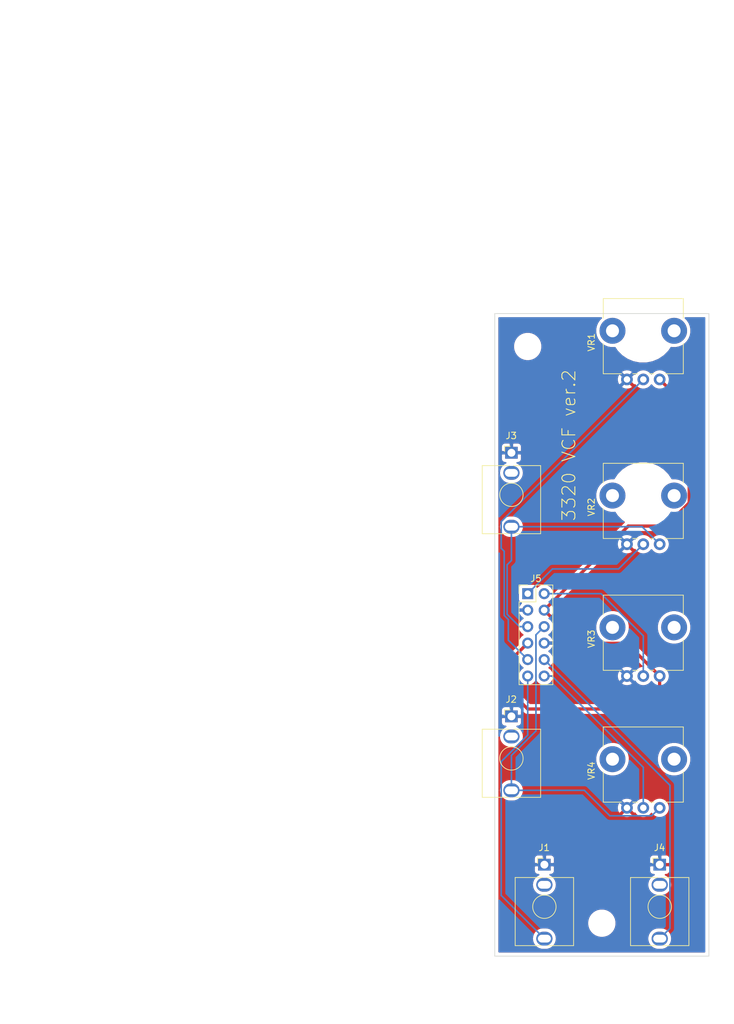
<source format=kicad_pcb>
(kicad_pcb (version 20171130) (host pcbnew "(5.1.8-0-10_14)")

  (general
    (thickness 1.6)
    (drawings 17)
    (tracks 57)
    (zones 0)
    (modules 11)
    (nets 15)
  )

  (page A4)
  (layers
    (0 F.Cu signal)
    (31 B.Cu signal)
    (32 B.Adhes user)
    (33 F.Adhes user)
    (34 B.Paste user)
    (35 F.Paste user)
    (36 B.SilkS user)
    (37 F.SilkS user)
    (38 B.Mask user)
    (39 F.Mask user)
    (40 Dwgs.User user)
    (41 Cmts.User user)
    (42 Eco1.User user)
    (43 Eco2.User user)
    (44 Edge.Cuts user)
    (45 Margin user)
    (46 B.CrtYd user)
    (47 F.CrtYd user)
    (48 B.Fab user)
    (49 F.Fab user)
  )

  (setup
    (last_trace_width 0.25)
    (user_trace_width 0.5)
    (trace_clearance 0.2)
    (zone_clearance 0.508)
    (zone_45_only no)
    (trace_min 0.2)
    (via_size 0.8)
    (via_drill 0.4)
    (via_min_size 0.4)
    (via_min_drill 0.3)
    (uvia_size 0.3)
    (uvia_drill 0.1)
    (uvias_allowed no)
    (uvia_min_size 0.2)
    (uvia_min_drill 0.1)
    (edge_width 0.1)
    (segment_width 0.2)
    (pcb_text_width 0.3)
    (pcb_text_size 1.5 1.5)
    (mod_edge_width 0.15)
    (mod_text_size 1 1)
    (mod_text_width 0.15)
    (pad_size 1.524 1.524)
    (pad_drill 0.762)
    (pad_to_mask_clearance 0)
    (aux_axis_origin 0 0)
    (visible_elements FFFFFF7F)
    (pcbplotparams
      (layerselection 0x010fc_ffffffff)
      (usegerberextensions false)
      (usegerberattributes true)
      (usegerberadvancedattributes true)
      (creategerberjobfile true)
      (excludeedgelayer true)
      (linewidth 0.100000)
      (plotframeref false)
      (viasonmask false)
      (mode 1)
      (useauxorigin false)
      (hpglpennumber 1)
      (hpglpenspeed 20)
      (hpglpendiameter 15.000000)
      (psnegative false)
      (psa4output false)
      (plotreference true)
      (plotvalue true)
      (plotinvisibletext false)
      (padsonsilk false)
      (subtractmaskfromsilk false)
      (outputformat 1)
      (mirror false)
      (drillshape 1)
      (scaleselection 1)
      (outputdirectory ""))
  )

  (net 0 "")
  (net 1 "Net-(J1-PadTN)")
  (net 2 /Interface/audio_in)
  (net 3 GND)
  (net 4 /Interface/res_cv)
  (net 5 "Net-(J2-PadTN)")
  (net 6 /Interface/freq_cv)
  (net 7 "Net-(J3-PadTN)")
  (net 8 "Net-(J4-PadTN)")
  (net 9 /Interface/audio_out)
  (net 10 /Interface/freq_cv_c)
  (net 11 /Interface/res_knob)
  (net 12 +12V)
  (net 13 /Interface/freq_knob)
  (net 14 /Interface/res_cv_c)

  (net_class Default "これはデフォルトのネット クラスです。"
    (clearance 0.2)
    (trace_width 0.25)
    (via_dia 0.8)
    (via_drill 0.4)
    (uvia_dia 0.3)
    (uvia_drill 0.1)
    (add_net +12V)
    (add_net /Interface/audio_in)
    (add_net /Interface/audio_out)
    (add_net /Interface/freq_cv)
    (add_net /Interface/freq_cv_c)
    (add_net /Interface/freq_knob)
    (add_net /Interface/res_cv)
    (add_net /Interface/res_cv_c)
    (add_net /Interface/res_knob)
    (add_net GND)
    (add_net "Net-(J1-PadTN)")
    (add_net "Net-(J2-PadTN)")
    (add_net "Net-(J3-PadTN)")
    (add_net "Net-(J4-PadTN)")
  )

  (module MountingHole:MountingHole_3.2mm_M3 (layer F.Cu) (tedit 56D1B4CB) (tstamp 62ADE30B)
    (at 92.71 142.24)
    (descr "Mounting Hole 3.2mm, no annular, M3")
    (tags "mounting hole 3.2mm no annular m3")
    (attr virtual)
    (fp_text reference REF** (at 0 -4.2) (layer F.SilkS) hide
      (effects (font (size 1 1) (thickness 0.15)))
    )
    (fp_text value MountingHole_3.2mm_M3 (at 0 4.2) (layer F.Fab) hide
      (effects (font (size 1 1) (thickness 0.15)))
    )
    (fp_circle (center 0 0) (end 3.45 0) (layer F.CrtYd) (width 0.05))
    (fp_circle (center 0 0) (end 3.2 0) (layer Cmts.User) (width 0.15))
    (fp_text user %R (at 0.3 0) (layer F.Fab)
      (effects (font (size 1 1) (thickness 0.15)))
    )
    (pad 1 np_thru_hole circle (at 0 0) (size 3.2 3.2) (drill 3.2) (layers *.Cu *.Mask))
  )

  (module MountingHole:MountingHole_3.2mm_M3 (layer F.Cu) (tedit 56D1B4CB) (tstamp 62ADE299)
    (at 81.28 53.34)
    (descr "Mounting Hole 3.2mm, no annular, M3")
    (tags "mounting hole 3.2mm no annular m3")
    (attr virtual)
    (fp_text reference REF** (at 0 -4.2) (layer F.SilkS) hide
      (effects (font (size 1 1) (thickness 0.15)))
    )
    (fp_text value MountingHole_3.2mm_M3 (at 0 4.2) (layer F.Fab) hide
      (effects (font (size 1 1) (thickness 0.15)))
    )
    (fp_circle (center 0 0) (end 3.2 0) (layer Cmts.User) (width 0.15))
    (fp_circle (center 0 0) (end 3.45 0) (layer F.CrtYd) (width 0.05))
    (fp_text user %R (at 0.3 0) (layer F.Fab)
      (effects (font (size 1 1) (thickness 0.15)))
    )
    (pad 1 np_thru_hole circle (at 0 0) (size 3.2 3.2) (drill 3.2) (layers *.Cu *.Mask))
  )

  (module Attenuverter:mono_jack_3.5mm (layer F.Cu) (tedit 60FEAA3E) (tstamp 62AD7C75)
    (at 83.82 139.7)
    (path /62BC6F33/62BFEC6A)
    (fp_text reference J1 (at 0 -9.1) (layer F.SilkS)
      (effects (font (size 1 1) (thickness 0.15)))
    )
    (fp_text value "audio in" (at -0.03 7.11) (layer F.Fab)
      (effects (font (size 1 1) (thickness 0.15)))
    )
    (fp_line (start 4.53 -4.5) (end 0.38 -4.5) (layer F.SilkS) (width 0.12))
    (fp_line (start -0.32 -4.5) (end -4.47 -4.5) (layer F.SilkS) (width 0.12))
    (fp_line (start 0.03 -6.48) (end 0.03 -4.45) (layer F.Fab) (width 0.1))
    (fp_circle (center 0.03 0) (end 1.83 0) (layer F.Fab) (width 0.1))
    (fp_line (start -1.03 -7.48) (end -1.03 -6.68) (layer F.SilkS) (width 0.12))
    (fp_circle (center 0.03 0) (end 1.83 0) (layer F.SilkS) (width 0.12))
    (fp_line (start 4.53 6) (end 0.53 6) (layer F.SilkS) (width 0.12))
    (fp_line (start -1.04 1.01) (end 1.04 -1.07) (layer Dwgs.User) (width 0.12))
    (fp_line (start -0.55 1.35) (end 1.39 -0.59) (layer Dwgs.User) (width 0.12))
    (fp_line (start -1.38 -0.46) (end -0.43 -1.41) (layer Dwgs.User) (width 0.12))
    (fp_line (start -1.39 0.395) (end 0.43 -1.42) (layer Dwgs.User) (width 0.12))
    (fp_line (start 0.12 1.48) (end 1.51 0.09) (layer Dwgs.User) (width 0.12))
    (fp_circle (center 0.03 0) (end 1.53 0) (layer Dwgs.User) (width 0.12))
    (fp_line (start 4.53 -4.5) (end 4.53 6) (layer F.SilkS) (width 0.12))
    (fp_line (start -4.47 -4.5) (end -4.47 6) (layer F.SilkS) (width 0.12))
    (fp_line (start -4.47 6) (end -4.47 -4.4) (layer F.Fab) (width 0.1))
    (fp_line (start -4.97 6.5) (end -4.97 -7.9) (layer F.CrtYd) (width 0.05))
    (fp_line (start 4.53 6) (end 4.53 -4.4) (layer F.Fab) (width 0.1))
    (fp_line (start 4.53 6) (end -4.47 6) (layer F.Fab) (width 0.1))
    (fp_line (start 4.53 -4.45) (end -4.47 -4.45) (layer F.Fab) (width 0.1))
    (fp_line (start 5.03 6.5) (end -4.97 6.5) (layer F.CrtYd) (width 0.05))
    (fp_line (start 5.03 6.5) (end 5.03 -7.9) (layer F.CrtYd) (width 0.05))
    (fp_line (start 5.03 -7.9) (end -4.97 -7.9) (layer F.CrtYd) (width 0.05))
    (fp_line (start -0.47 6) (end -4.47 6) (layer F.SilkS) (width 0.12))
    (fp_line (start -1.03 -7.48) (end -0.17 -7.48) (layer F.SilkS) (width 0.12))
    (fp_text user KEEPOUT (at 0.03 0) (layer Cmts.User)
      (effects (font (size 0.4 0.4) (thickness 0.051)))
    )
    (pad TN thru_hole oval (at 0.03 -3.38 180) (size 2.5 2.13) (drill oval 2 1.2) (layers *.Cu *.Mask)
      (net 1 "Net-(J1-PadTN)"))
    (pad T thru_hole oval (at 0.03 4.92 180) (size 2.5 2.13) (drill oval 2 1.2) (layers *.Cu *.Mask)
      (net 2 /Interface/audio_in))
    (pad S thru_hole rect (at 0.03 -6.48 180) (size 1.93 1.83) (drill 1.22) (layers *.Cu *.Mask)
      (net 3 GND))
  )

  (module Attenuverter:mono_jack_3.5mm (layer F.Cu) (tedit 60FEAA3E) (tstamp 62AD7C96)
    (at 78.74 116.84)
    (path /62BC6F33/62C17154)
    (fp_text reference J2 (at 0 -9.1) (layer F.SilkS)
      (effects (font (size 1 1) (thickness 0.15)))
    )
    (fp_text value "res cv" (at -0.03 7.11) (layer F.Fab)
      (effects (font (size 1 1) (thickness 0.15)))
    )
    (fp_line (start -1.03 -7.48) (end -0.17 -7.48) (layer F.SilkS) (width 0.12))
    (fp_line (start -0.47 6) (end -4.47 6) (layer F.SilkS) (width 0.12))
    (fp_line (start 5.03 -7.9) (end -4.97 -7.9) (layer F.CrtYd) (width 0.05))
    (fp_line (start 5.03 6.5) (end 5.03 -7.9) (layer F.CrtYd) (width 0.05))
    (fp_line (start 5.03 6.5) (end -4.97 6.5) (layer F.CrtYd) (width 0.05))
    (fp_line (start 4.53 -4.45) (end -4.47 -4.45) (layer F.Fab) (width 0.1))
    (fp_line (start 4.53 6) (end -4.47 6) (layer F.Fab) (width 0.1))
    (fp_line (start 4.53 6) (end 4.53 -4.4) (layer F.Fab) (width 0.1))
    (fp_line (start -4.97 6.5) (end -4.97 -7.9) (layer F.CrtYd) (width 0.05))
    (fp_line (start -4.47 6) (end -4.47 -4.4) (layer F.Fab) (width 0.1))
    (fp_line (start -4.47 -4.5) (end -4.47 6) (layer F.SilkS) (width 0.12))
    (fp_line (start 4.53 -4.5) (end 4.53 6) (layer F.SilkS) (width 0.12))
    (fp_circle (center 0.03 0) (end 1.53 0) (layer Dwgs.User) (width 0.12))
    (fp_line (start 0.12 1.48) (end 1.51 0.09) (layer Dwgs.User) (width 0.12))
    (fp_line (start -1.39 0.395) (end 0.43 -1.42) (layer Dwgs.User) (width 0.12))
    (fp_line (start -1.38 -0.46) (end -0.43 -1.41) (layer Dwgs.User) (width 0.12))
    (fp_line (start -0.55 1.35) (end 1.39 -0.59) (layer Dwgs.User) (width 0.12))
    (fp_line (start -1.04 1.01) (end 1.04 -1.07) (layer Dwgs.User) (width 0.12))
    (fp_line (start 4.53 6) (end 0.53 6) (layer F.SilkS) (width 0.12))
    (fp_circle (center 0.03 0) (end 1.83 0) (layer F.SilkS) (width 0.12))
    (fp_line (start -1.03 -7.48) (end -1.03 -6.68) (layer F.SilkS) (width 0.12))
    (fp_circle (center 0.03 0) (end 1.83 0) (layer F.Fab) (width 0.1))
    (fp_line (start 0.03 -6.48) (end 0.03 -4.45) (layer F.Fab) (width 0.1))
    (fp_line (start -0.32 -4.5) (end -4.47 -4.5) (layer F.SilkS) (width 0.12))
    (fp_line (start 4.53 -4.5) (end 0.38 -4.5) (layer F.SilkS) (width 0.12))
    (fp_text user KEEPOUT (at 0.03 0) (layer Cmts.User)
      (effects (font (size 0.4 0.4) (thickness 0.051)))
    )
    (pad S thru_hole rect (at 0.03 -6.48 180) (size 1.93 1.83) (drill 1.22) (layers *.Cu *.Mask)
      (net 3 GND))
    (pad T thru_hole oval (at 0.03 4.92 180) (size 2.5 2.13) (drill oval 2 1.2) (layers *.Cu *.Mask)
      (net 4 /Interface/res_cv))
    (pad TN thru_hole oval (at 0.03 -3.38 180) (size 2.5 2.13) (drill oval 2 1.2) (layers *.Cu *.Mask)
      (net 5 "Net-(J2-PadTN)"))
  )

  (module Attenuverter:mono_jack_3.5mm (layer F.Cu) (tedit 60FEAA3E) (tstamp 62AD7CB7)
    (at 78.74 76.2)
    (path /62BC6F33/62BFEC77)
    (fp_text reference J3 (at 0 -9.1) (layer F.SilkS)
      (effects (font (size 1 1) (thickness 0.15)))
    )
    (fp_text value "freq cv" (at -0.03 7.11) (layer F.Fab)
      (effects (font (size 1 1) (thickness 0.15)))
    )
    (fp_line (start -1.03 -7.48) (end -0.17 -7.48) (layer F.SilkS) (width 0.12))
    (fp_line (start -0.47 6) (end -4.47 6) (layer F.SilkS) (width 0.12))
    (fp_line (start 5.03 -7.9) (end -4.97 -7.9) (layer F.CrtYd) (width 0.05))
    (fp_line (start 5.03 6.5) (end 5.03 -7.9) (layer F.CrtYd) (width 0.05))
    (fp_line (start 5.03 6.5) (end -4.97 6.5) (layer F.CrtYd) (width 0.05))
    (fp_line (start 4.53 -4.45) (end -4.47 -4.45) (layer F.Fab) (width 0.1))
    (fp_line (start 4.53 6) (end -4.47 6) (layer F.Fab) (width 0.1))
    (fp_line (start 4.53 6) (end 4.53 -4.4) (layer F.Fab) (width 0.1))
    (fp_line (start -4.97 6.5) (end -4.97 -7.9) (layer F.CrtYd) (width 0.05))
    (fp_line (start -4.47 6) (end -4.47 -4.4) (layer F.Fab) (width 0.1))
    (fp_line (start -4.47 -4.5) (end -4.47 6) (layer F.SilkS) (width 0.12))
    (fp_line (start 4.53 -4.5) (end 4.53 6) (layer F.SilkS) (width 0.12))
    (fp_circle (center 0.03 0) (end 1.53 0) (layer Dwgs.User) (width 0.12))
    (fp_line (start 0.12 1.48) (end 1.51 0.09) (layer Dwgs.User) (width 0.12))
    (fp_line (start -1.39 0.395) (end 0.43 -1.42) (layer Dwgs.User) (width 0.12))
    (fp_line (start -1.38 -0.46) (end -0.43 -1.41) (layer Dwgs.User) (width 0.12))
    (fp_line (start -0.55 1.35) (end 1.39 -0.59) (layer Dwgs.User) (width 0.12))
    (fp_line (start -1.04 1.01) (end 1.04 -1.07) (layer Dwgs.User) (width 0.12))
    (fp_line (start 4.53 6) (end 0.53 6) (layer F.SilkS) (width 0.12))
    (fp_circle (center 0.03 0) (end 1.83 0) (layer F.SilkS) (width 0.12))
    (fp_line (start -1.03 -7.48) (end -1.03 -6.68) (layer F.SilkS) (width 0.12))
    (fp_circle (center 0.03 0) (end 1.83 0) (layer F.Fab) (width 0.1))
    (fp_line (start 0.03 -6.48) (end 0.03 -4.45) (layer F.Fab) (width 0.1))
    (fp_line (start -0.32 -4.5) (end -4.47 -4.5) (layer F.SilkS) (width 0.12))
    (fp_line (start 4.53 -4.5) (end 0.38 -4.5) (layer F.SilkS) (width 0.12))
    (fp_text user KEEPOUT (at 0.03 0) (layer Cmts.User)
      (effects (font (size 0.4 0.4) (thickness 0.051)))
    )
    (pad S thru_hole rect (at 0.03 -6.48 180) (size 1.93 1.83) (drill 1.22) (layers *.Cu *.Mask)
      (net 3 GND))
    (pad T thru_hole oval (at 0.03 4.92 180) (size 2.5 2.13) (drill oval 2 1.2) (layers *.Cu *.Mask)
      (net 6 /Interface/freq_cv))
    (pad TN thru_hole oval (at 0.03 -3.38 180) (size 2.5 2.13) (drill oval 2 1.2) (layers *.Cu *.Mask)
      (net 7 "Net-(J3-PadTN)"))
  )

  (module Attenuverter:mono_jack_3.5mm (layer F.Cu) (tedit 60FEAA3E) (tstamp 62AD7CD8)
    (at 101.6 139.7)
    (path /62BC6F33/62BFEC84)
    (fp_text reference J4 (at 0 -9.1) (layer F.SilkS)
      (effects (font (size 1 1) (thickness 0.15)))
    )
    (fp_text value "audio out" (at -0.03 7.11) (layer F.Fab)
      (effects (font (size 1 1) (thickness 0.15)))
    )
    (fp_line (start 4.53 -4.5) (end 0.38 -4.5) (layer F.SilkS) (width 0.12))
    (fp_line (start -0.32 -4.5) (end -4.47 -4.5) (layer F.SilkS) (width 0.12))
    (fp_line (start 0.03 -6.48) (end 0.03 -4.45) (layer F.Fab) (width 0.1))
    (fp_circle (center 0.03 0) (end 1.83 0) (layer F.Fab) (width 0.1))
    (fp_line (start -1.03 -7.48) (end -1.03 -6.68) (layer F.SilkS) (width 0.12))
    (fp_circle (center 0.03 0) (end 1.83 0) (layer F.SilkS) (width 0.12))
    (fp_line (start 4.53 6) (end 0.53 6) (layer F.SilkS) (width 0.12))
    (fp_line (start -1.04 1.01) (end 1.04 -1.07) (layer Dwgs.User) (width 0.12))
    (fp_line (start -0.55 1.35) (end 1.39 -0.59) (layer Dwgs.User) (width 0.12))
    (fp_line (start -1.38 -0.46) (end -0.43 -1.41) (layer Dwgs.User) (width 0.12))
    (fp_line (start -1.39 0.395) (end 0.43 -1.42) (layer Dwgs.User) (width 0.12))
    (fp_line (start 0.12 1.48) (end 1.51 0.09) (layer Dwgs.User) (width 0.12))
    (fp_circle (center 0.03 0) (end 1.53 0) (layer Dwgs.User) (width 0.12))
    (fp_line (start 4.53 -4.5) (end 4.53 6) (layer F.SilkS) (width 0.12))
    (fp_line (start -4.47 -4.5) (end -4.47 6) (layer F.SilkS) (width 0.12))
    (fp_line (start -4.47 6) (end -4.47 -4.4) (layer F.Fab) (width 0.1))
    (fp_line (start -4.97 6.5) (end -4.97 -7.9) (layer F.CrtYd) (width 0.05))
    (fp_line (start 4.53 6) (end 4.53 -4.4) (layer F.Fab) (width 0.1))
    (fp_line (start 4.53 6) (end -4.47 6) (layer F.Fab) (width 0.1))
    (fp_line (start 4.53 -4.45) (end -4.47 -4.45) (layer F.Fab) (width 0.1))
    (fp_line (start 5.03 6.5) (end -4.97 6.5) (layer F.CrtYd) (width 0.05))
    (fp_line (start 5.03 6.5) (end 5.03 -7.9) (layer F.CrtYd) (width 0.05))
    (fp_line (start 5.03 -7.9) (end -4.97 -7.9) (layer F.CrtYd) (width 0.05))
    (fp_line (start -0.47 6) (end -4.47 6) (layer F.SilkS) (width 0.12))
    (fp_line (start -1.03 -7.48) (end -0.17 -7.48) (layer F.SilkS) (width 0.12))
    (fp_text user KEEPOUT (at 0.03 0) (layer Cmts.User)
      (effects (font (size 0.4 0.4) (thickness 0.051)))
    )
    (pad TN thru_hole oval (at 0.03 -3.38 180) (size 2.5 2.13) (drill oval 2 1.2) (layers *.Cu *.Mask)
      (net 8 "Net-(J4-PadTN)"))
    (pad T thru_hole oval (at 0.03 4.92 180) (size 2.5 2.13) (drill oval 2 1.2) (layers *.Cu *.Mask)
      (net 9 /Interface/audio_out))
    (pad S thru_hole rect (at 0.03 -6.48 180) (size 1.93 1.83) (drill 1.22) (layers *.Cu *.Mask)
      (net 3 GND))
  )

  (module Connector_PinHeader_2.54mm:PinHeader_2x06_P2.54mm_Vertical (layer F.Cu) (tedit 59FED5CC) (tstamp 62AD7CFA)
    (at 81.28 91.44)
    (descr "Through hole straight pin header, 2x06, 2.54mm pitch, double rows")
    (tags "Through hole pin header THT 2x06 2.54mm double row")
    (path /62BC6F33/62CBED4A)
    (fp_text reference J5 (at 1.27 -2.33) (layer F.SilkS)
      (effects (font (size 1 1) (thickness 0.15)))
    )
    (fp_text value interface_to_core (at 1.27 15.03) (layer F.Fab)
      (effects (font (size 1 1) (thickness 0.15)))
    )
    (fp_line (start 4.35 -1.8) (end -1.8 -1.8) (layer F.CrtYd) (width 0.05))
    (fp_line (start 4.35 14.5) (end 4.35 -1.8) (layer F.CrtYd) (width 0.05))
    (fp_line (start -1.8 14.5) (end 4.35 14.5) (layer F.CrtYd) (width 0.05))
    (fp_line (start -1.8 -1.8) (end -1.8 14.5) (layer F.CrtYd) (width 0.05))
    (fp_line (start -1.33 -1.33) (end 0 -1.33) (layer F.SilkS) (width 0.12))
    (fp_line (start -1.33 0) (end -1.33 -1.33) (layer F.SilkS) (width 0.12))
    (fp_line (start 1.27 -1.33) (end 3.87 -1.33) (layer F.SilkS) (width 0.12))
    (fp_line (start 1.27 1.27) (end 1.27 -1.33) (layer F.SilkS) (width 0.12))
    (fp_line (start -1.33 1.27) (end 1.27 1.27) (layer F.SilkS) (width 0.12))
    (fp_line (start 3.87 -1.33) (end 3.87 14.03) (layer F.SilkS) (width 0.12))
    (fp_line (start -1.33 1.27) (end -1.33 14.03) (layer F.SilkS) (width 0.12))
    (fp_line (start -1.33 14.03) (end 3.87 14.03) (layer F.SilkS) (width 0.12))
    (fp_line (start -1.27 0) (end 0 -1.27) (layer F.Fab) (width 0.1))
    (fp_line (start -1.27 13.97) (end -1.27 0) (layer F.Fab) (width 0.1))
    (fp_line (start 3.81 13.97) (end -1.27 13.97) (layer F.Fab) (width 0.1))
    (fp_line (start 3.81 -1.27) (end 3.81 13.97) (layer F.Fab) (width 0.1))
    (fp_line (start 0 -1.27) (end 3.81 -1.27) (layer F.Fab) (width 0.1))
    (fp_text user %R (at 1.27 6.35 90) (layer F.Fab)
      (effects (font (size 1 1) (thickness 0.15)))
    )
    (pad 1 thru_hole rect (at 0 0) (size 1.7 1.7) (drill 1) (layers *.Cu *.Mask)
      (net 10 /Interface/freq_cv_c))
    (pad 2 thru_hole oval (at 2.54 0) (size 1.7 1.7) (drill 1) (layers *.Cu *.Mask)
      (net 11 /Interface/res_knob))
    (pad 3 thru_hole oval (at 0 2.54) (size 1.7 1.7) (drill 1) (layers *.Cu *.Mask)
      (net 3 GND))
    (pad 4 thru_hole oval (at 2.54 2.54) (size 1.7 1.7) (drill 1) (layers *.Cu *.Mask)
      (net 12 +12V))
    (pad 5 thru_hole oval (at 0 5.08) (size 1.7 1.7) (drill 1) (layers *.Cu *.Mask)
      (net 6 /Interface/freq_cv))
    (pad 6 thru_hole oval (at 2.54 5.08) (size 1.7 1.7) (drill 1) (layers *.Cu *.Mask)
      (net 4 /Interface/res_cv))
    (pad 7 thru_hole oval (at 0 7.62) (size 1.7 1.7) (drill 1) (layers *.Cu *.Mask)
      (net 12 +12V))
    (pad 8 thru_hole oval (at 2.54 7.62) (size 1.7 1.7) (drill 1) (layers *.Cu *.Mask)
      (net 3 GND))
    (pad 9 thru_hole oval (at 0 10.16) (size 1.7 1.7) (drill 1) (layers *.Cu *.Mask)
      (net 13 /Interface/freq_knob))
    (pad 10 thru_hole oval (at 2.54 10.16) (size 1.7 1.7) (drill 1) (layers *.Cu *.Mask)
      (net 9 /Interface/audio_out))
    (pad 11 thru_hole oval (at 0 12.7) (size 1.7 1.7) (drill 1) (layers *.Cu *.Mask)
      (net 2 /Interface/audio_in))
    (pad 12 thru_hole oval (at 2.54 12.7) (size 1.7 1.7) (drill 1) (layers *.Cu *.Mask)
      (net 14 /Interface/res_cv_c))
    (model ${KISYS3DMOD}/Connector_PinHeader_2.54mm.3dshapes/PinHeader_2x06_P2.54mm_Vertical.wrl
      (at (xyz 0 0 0))
      (scale (xyz 1 1 1))
      (rotate (xyz 0 0 0))
    )
  )

  (module Attenuverter:Potentiometer_Alps_RK09L_Single_Vertical (layer F.Cu) (tedit 60FF8D6E) (tstamp 62AD7D16)
    (at 101.6 58.42 90)
    (descr "Potentiometer, vertical, Alps RK09L Single, http://www.alps.com/prod/info/E/HTML/Potentiometer/RotaryPotentiometers/RK09L/RK09L_list.html")
    (tags "Potentiometer vertical Alps RK09L Single")
    (path /62BC6F33/62BFEC64)
    (fp_text reference VR1 (at 5.725 -10.5 90) (layer F.SilkS)
      (effects (font (size 1 1) (thickness 0.15)))
    )
    (fp_text value B10k (at 5.725 5.5 90) (layer F.Fab)
      (effects (font (size 1 1) (thickness 0.15)))
    )
    (fp_circle (center 7.5 -2.5) (end 10.5 -2.5) (layer F.Fab) (width 0.1))
    (fp_line (start 1 -8.55) (end 1 3.55) (layer F.Fab) (width 0.1))
    (fp_line (start 1 3.55) (end 12.35 3.55) (layer F.Fab) (width 0.1))
    (fp_line (start 12.35 3.55) (end 12.35 -8.55) (layer F.Fab) (width 0.1))
    (fp_line (start 12.35 -8.55) (end 1 -8.55) (layer F.Fab) (width 0.1))
    (fp_line (start 0.88 -8.67) (end 5.546 -8.67) (layer F.SilkS) (width 0.12))
    (fp_line (start 9.455 -8.67) (end 12.47 -8.67) (layer F.SilkS) (width 0.12))
    (fp_line (start 0.88 3.67) (end 5.546 3.67) (layer F.SilkS) (width 0.12))
    (fp_line (start 9.455 3.67) (end 12.47 3.67) (layer F.SilkS) (width 0.12))
    (fp_line (start 0.88 -8.67) (end 0.88 -5.871) (layer F.SilkS) (width 0.12))
    (fp_line (start 0.88 -4.129) (end 0.88 -3.37) (layer F.SilkS) (width 0.12))
    (fp_line (start 0.88 -1.629) (end 0.88 -0.87) (layer F.SilkS) (width 0.12))
    (fp_line (start 0.88 0.87) (end 0.88 3.67) (layer F.SilkS) (width 0.12))
    (fp_line (start 12.47 -8.67) (end 12.47 3.67) (layer F.SilkS) (width 0.12))
    (fp_line (start -1.15 -9.5) (end -1.15 4.5) (layer F.CrtYd) (width 0.05))
    (fp_line (start -1.15 4.5) (end 12.6 4.5) (layer F.CrtYd) (width 0.05))
    (fp_line (start 12.6 4.5) (end 12.6 -9.5) (layer F.CrtYd) (width 0.05))
    (fp_line (start 12.6 -9.5) (end -1.15 -9.5) (layer F.CrtYd) (width 0.05))
    (fp_text user %R (at 2 -2.5) (layer F.Fab)
      (effects (font (size 1 1) (thickness 0.15)))
    )
    (pad 3 thru_hole circle (at 0 0.02 90) (size 1.8 1.8) (drill 1) (layers *.Cu *.Mask)
      (net 12 +12V))
    (pad 2 thru_hole circle (at 0 -2.5 90) (size 1.8 1.8) (drill 1) (layers *.Cu *.Mask)
      (net 13 /Interface/freq_knob))
    (pad 1 thru_hole circle (at 0 -5.02 90) (size 1.8 1.8) (drill 1) (layers *.Cu *.Mask)
      (net 3 GND))
    (pad "" np_thru_hole circle (at 7.5 -7.25 90) (size 4 4) (drill 2) (layers *.Cu *.Mask))
    (pad "" np_thru_hole circle (at 7.5 2.25 90) (size 4 4) (drill 2) (layers *.Cu *.Mask))
    (model ${KISYS3DMOD}/Potentiometer_THT.3dshapes/Potentiometer_Alps_RK09L_Single_Vertical.wrl
      (at (xyz 0 0 0))
      (scale (xyz 1 1 1))
      (rotate (xyz 0 0 0))
    )
  )

  (module Attenuverter:Potentiometer_Alps_RK09L_Single_Vertical (layer F.Cu) (tedit 60FF8D6E) (tstamp 62AD7D32)
    (at 101.6 83.82 90)
    (descr "Potentiometer, vertical, Alps RK09L Single, http://www.alps.com/prod/info/E/HTML/Potentiometer/RotaryPotentiometers/RK09L/RK09L_list.html")
    (tags "Potentiometer vertical Alps RK09L Single")
    (path /62BC6F33/62C9F9D1)
    (fp_text reference VR2 (at 5.725 -10.5 90) (layer F.SilkS)
      (effects (font (size 1 1) (thickness 0.15)))
    )
    (fp_text value B100k (at 5.725 5.5 90) (layer F.Fab)
      (effects (font (size 1 1) (thickness 0.15)))
    )
    (fp_line (start 12.6 -9.5) (end -1.15 -9.5) (layer F.CrtYd) (width 0.05))
    (fp_line (start 12.6 4.5) (end 12.6 -9.5) (layer F.CrtYd) (width 0.05))
    (fp_line (start -1.15 4.5) (end 12.6 4.5) (layer F.CrtYd) (width 0.05))
    (fp_line (start -1.15 -9.5) (end -1.15 4.5) (layer F.CrtYd) (width 0.05))
    (fp_line (start 12.47 -8.67) (end 12.47 3.67) (layer F.SilkS) (width 0.12))
    (fp_line (start 0.88 0.87) (end 0.88 3.67) (layer F.SilkS) (width 0.12))
    (fp_line (start 0.88 -1.629) (end 0.88 -0.87) (layer F.SilkS) (width 0.12))
    (fp_line (start 0.88 -4.129) (end 0.88 -3.37) (layer F.SilkS) (width 0.12))
    (fp_line (start 0.88 -8.67) (end 0.88 -5.871) (layer F.SilkS) (width 0.12))
    (fp_line (start 9.455 3.67) (end 12.47 3.67) (layer F.SilkS) (width 0.12))
    (fp_line (start 0.88 3.67) (end 5.546 3.67) (layer F.SilkS) (width 0.12))
    (fp_line (start 9.455 -8.67) (end 12.47 -8.67) (layer F.SilkS) (width 0.12))
    (fp_line (start 0.88 -8.67) (end 5.546 -8.67) (layer F.SilkS) (width 0.12))
    (fp_line (start 12.35 -8.55) (end 1 -8.55) (layer F.Fab) (width 0.1))
    (fp_line (start 12.35 3.55) (end 12.35 -8.55) (layer F.Fab) (width 0.1))
    (fp_line (start 1 3.55) (end 12.35 3.55) (layer F.Fab) (width 0.1))
    (fp_line (start 1 -8.55) (end 1 3.55) (layer F.Fab) (width 0.1))
    (fp_circle (center 7.5 -2.5) (end 10.5 -2.5) (layer F.Fab) (width 0.1))
    (fp_text user %R (at 2 -2.5) (layer F.Fab)
      (effects (font (size 1 1) (thickness 0.15)))
    )
    (pad "" np_thru_hole circle (at 7.5 2.25 90) (size 4 4) (drill 2) (layers *.Cu *.Mask))
    (pad "" np_thru_hole circle (at 7.5 -7.25 90) (size 4 4) (drill 2) (layers *.Cu *.Mask))
    (pad 1 thru_hole circle (at 0 -5.02 90) (size 1.8 1.8) (drill 1) (layers *.Cu *.Mask)
      (net 3 GND))
    (pad 2 thru_hole circle (at 0 -2.5 90) (size 1.8 1.8) (drill 1) (layers *.Cu *.Mask)
      (net 10 /Interface/freq_cv_c))
    (pad 3 thru_hole circle (at 0 0.02 90) (size 1.8 1.8) (drill 1) (layers *.Cu *.Mask)
      (net 6 /Interface/freq_cv))
    (model ${KISYS3DMOD}/Potentiometer_THT.3dshapes/Potentiometer_Alps_RK09L_Single_Vertical.wrl
      (at (xyz 0 0 0))
      (scale (xyz 1 1 1))
      (rotate (xyz 0 0 0))
    )
  )

  (module Attenuverter:Potentiometer_Alps_RK09L_Single_Vertical (layer F.Cu) (tedit 60FF8D6E) (tstamp 62AD7D4E)
    (at 101.6 104.14 90)
    (descr "Potentiometer, vertical, Alps RK09L Single, http://www.alps.com/prod/info/E/HTML/Potentiometer/RotaryPotentiometers/RK09L/RK09L_list.html")
    (tags "Potentiometer vertical Alps RK09L Single")
    (path /62BC6F33/62C1713F)
    (fp_text reference VR3 (at 5.725 -10.5 90) (layer F.SilkS)
      (effects (font (size 1 1) (thickness 0.15)))
    )
    (fp_text value B100k (at 5.725 5.5 90) (layer F.Fab)
      (effects (font (size 1 1) (thickness 0.15)))
    )
    (fp_line (start 12.6 -9.5) (end -1.15 -9.5) (layer F.CrtYd) (width 0.05))
    (fp_line (start 12.6 4.5) (end 12.6 -9.5) (layer F.CrtYd) (width 0.05))
    (fp_line (start -1.15 4.5) (end 12.6 4.5) (layer F.CrtYd) (width 0.05))
    (fp_line (start -1.15 -9.5) (end -1.15 4.5) (layer F.CrtYd) (width 0.05))
    (fp_line (start 12.47 -8.67) (end 12.47 3.67) (layer F.SilkS) (width 0.12))
    (fp_line (start 0.88 0.87) (end 0.88 3.67) (layer F.SilkS) (width 0.12))
    (fp_line (start 0.88 -1.629) (end 0.88 -0.87) (layer F.SilkS) (width 0.12))
    (fp_line (start 0.88 -4.129) (end 0.88 -3.37) (layer F.SilkS) (width 0.12))
    (fp_line (start 0.88 -8.67) (end 0.88 -5.871) (layer F.SilkS) (width 0.12))
    (fp_line (start 9.455 3.67) (end 12.47 3.67) (layer F.SilkS) (width 0.12))
    (fp_line (start 0.88 3.67) (end 5.546 3.67) (layer F.SilkS) (width 0.12))
    (fp_line (start 9.455 -8.67) (end 12.47 -8.67) (layer F.SilkS) (width 0.12))
    (fp_line (start 0.88 -8.67) (end 5.546 -8.67) (layer F.SilkS) (width 0.12))
    (fp_line (start 12.35 -8.55) (end 1 -8.55) (layer F.Fab) (width 0.1))
    (fp_line (start 12.35 3.55) (end 12.35 -8.55) (layer F.Fab) (width 0.1))
    (fp_line (start 1 3.55) (end 12.35 3.55) (layer F.Fab) (width 0.1))
    (fp_line (start 1 -8.55) (end 1 3.55) (layer F.Fab) (width 0.1))
    (fp_circle (center 7.5 -2.5) (end 10.5 -2.5) (layer F.Fab) (width 0.1))
    (fp_text user %R (at 2 -2.5) (layer F.Fab)
      (effects (font (size 1 1) (thickness 0.15)))
    )
    (pad "" np_thru_hole circle (at 7.5 2.25 90) (size 4 4) (drill 2) (layers *.Cu *.Mask))
    (pad "" np_thru_hole circle (at 7.5 -7.25 90) (size 4 4) (drill 2) (layers *.Cu *.Mask))
    (pad 1 thru_hole circle (at 0 -5.02 90) (size 1.8 1.8) (drill 1) (layers *.Cu *.Mask)
      (net 3 GND))
    (pad 2 thru_hole circle (at 0 -2.5 90) (size 1.8 1.8) (drill 1) (layers *.Cu *.Mask)
      (net 11 /Interface/res_knob))
    (pad 3 thru_hole circle (at 0 0.02 90) (size 1.8 1.8) (drill 1) (layers *.Cu *.Mask)
      (net 12 +12V))
    (model ${KISYS3DMOD}/Potentiometer_THT.3dshapes/Potentiometer_Alps_RK09L_Single_Vertical.wrl
      (at (xyz 0 0 0))
      (scale (xyz 1 1 1))
      (rotate (xyz 0 0 0))
    )
  )

  (module Attenuverter:Potentiometer_Alps_RK09L_Single_Vertical (layer F.Cu) (tedit 60FF8D6E) (tstamp 62AD7D6A)
    (at 101.6 124.46 90)
    (descr "Potentiometer, vertical, Alps RK09L Single, http://www.alps.com/prod/info/E/HTML/Potentiometer/RotaryPotentiometers/RK09L/RK09L_list.html")
    (tags "Potentiometer vertical Alps RK09L Single")
    (path /62BC6F33/62C9F9B9)
    (fp_text reference VR4 (at 5.725 -10.5 90) (layer F.SilkS)
      (effects (font (size 1 1) (thickness 0.15)))
    )
    (fp_text value B100k (at 5.725 5.5 90) (layer F.Fab)
      (effects (font (size 1 1) (thickness 0.15)))
    )
    (fp_circle (center 7.5 -2.5) (end 10.5 -2.5) (layer F.Fab) (width 0.1))
    (fp_line (start 1 -8.55) (end 1 3.55) (layer F.Fab) (width 0.1))
    (fp_line (start 1 3.55) (end 12.35 3.55) (layer F.Fab) (width 0.1))
    (fp_line (start 12.35 3.55) (end 12.35 -8.55) (layer F.Fab) (width 0.1))
    (fp_line (start 12.35 -8.55) (end 1 -8.55) (layer F.Fab) (width 0.1))
    (fp_line (start 0.88 -8.67) (end 5.546 -8.67) (layer F.SilkS) (width 0.12))
    (fp_line (start 9.455 -8.67) (end 12.47 -8.67) (layer F.SilkS) (width 0.12))
    (fp_line (start 0.88 3.67) (end 5.546 3.67) (layer F.SilkS) (width 0.12))
    (fp_line (start 9.455 3.67) (end 12.47 3.67) (layer F.SilkS) (width 0.12))
    (fp_line (start 0.88 -8.67) (end 0.88 -5.871) (layer F.SilkS) (width 0.12))
    (fp_line (start 0.88 -4.129) (end 0.88 -3.37) (layer F.SilkS) (width 0.12))
    (fp_line (start 0.88 -1.629) (end 0.88 -0.87) (layer F.SilkS) (width 0.12))
    (fp_line (start 0.88 0.87) (end 0.88 3.67) (layer F.SilkS) (width 0.12))
    (fp_line (start 12.47 -8.67) (end 12.47 3.67) (layer F.SilkS) (width 0.12))
    (fp_line (start -1.15 -9.5) (end -1.15 4.5) (layer F.CrtYd) (width 0.05))
    (fp_line (start -1.15 4.5) (end 12.6 4.5) (layer F.CrtYd) (width 0.05))
    (fp_line (start 12.6 4.5) (end 12.6 -9.5) (layer F.CrtYd) (width 0.05))
    (fp_line (start 12.6 -9.5) (end -1.15 -9.5) (layer F.CrtYd) (width 0.05))
    (fp_text user %R (at 2 -2.5) (layer F.Fab)
      (effects (font (size 1 1) (thickness 0.15)))
    )
    (pad 3 thru_hole circle (at 0 0.02 90) (size 1.8 1.8) (drill 1) (layers *.Cu *.Mask)
      (net 4 /Interface/res_cv))
    (pad 2 thru_hole circle (at 0 -2.5 90) (size 1.8 1.8) (drill 1) (layers *.Cu *.Mask)
      (net 14 /Interface/res_cv_c))
    (pad 1 thru_hole circle (at 0 -5.02 90) (size 1.8 1.8) (drill 1) (layers *.Cu *.Mask)
      (net 3 GND))
    (pad "" np_thru_hole circle (at 7.5 -7.25 90) (size 4 4) (drill 2) (layers *.Cu *.Mask))
    (pad "" np_thru_hole circle (at 7.5 2.25 90) (size 4 4) (drill 2) (layers *.Cu *.Mask))
    (model ${KISYS3DMOD}/Potentiometer_THT.3dshapes/Potentiometer_Alps_RK09L_Single_Vertical.wrl
      (at (xyz 0 0 0))
      (scale (xyz 1 1 1))
      (rotate (xyz 0 0 0))
    )
  )

  (gr_text "3320 VCF ver.2" (at 87.63 68.58 90) (layer F.SilkS)
    (effects (font (size 2 2) (thickness 0.15)))
  )
  (gr_line (start 72.39 37.71) (end 113.03 37.71) (layer Eco1.User) (width 0.15) (tstamp 62ADE0DF))
  (gr_line (start 72.39 29.21) (end 72.39 157.71) (layer Eco1.User) (width 0.15) (tstamp 62ADE0DE))
  (gr_line (start 72.39 29.21) (end 113.03 29.21) (layer Eco1.User) (width 0.15) (tstamp 62ADE0DD))
  (gr_line (start 72.39 149.21) (end 113.03 149.21) (layer Eco1.User) (width 0.15) (tstamp 62ADE0DC))
  (gr_line (start 113.03 29.21) (end 113.03 157.71) (layer Eco1.User) (width 0.15) (tstamp 62ADE0DB))
  (gr_line (start 72.39 157.71) (end 113.03 157.71) (layer Eco1.User) (width 0.15) (tstamp 62ADE0DA))
  (gr_line (start 0 8.5) (end 40.64 8.5) (layer Eco1.User) (width 0.15) (tstamp 62ADE0D6))
  (gr_line (start 0 120) (end 40.64 120) (layer Eco1.User) (width 0.15) (tstamp 62ADE0D0))
  (gr_line (start 0 128.5) (end 40.64 128.5) (layer Eco1.User) (width 0.15) (tstamp 62ADDFDF))
  (gr_line (start 40.64 0) (end 40.64 128.5) (layer Eco1.User) (width 0.15) (tstamp 62ADDFDC))
  (gr_line (start 0 0) (end 40.64 0) (layer Eco1.User) (width 0.15))
  (gr_line (start 0 0) (end 0 128.5) (layer Eco1.User) (width 0.15))
  (gr_line (start 109.22 48.26) (end 76.2 48.26) (layer Edge.Cuts) (width 0.1) (tstamp 62AD77C7))
  (gr_line (start 109.22 147.32) (end 109.22 48.26) (layer Edge.Cuts) (width 0.1))
  (gr_line (start 76.2 147.32) (end 109.22 147.32) (layer Edge.Cuts) (width 0.1))
  (gr_line (start 76.2 48.26) (end 76.2 147.32) (layer Edge.Cuts) (width 0.1))

  (segment (start 81.28 142.05) (end 83.85 144.62) (width 0.25) (layer B.Cu) (net 2))
  (segment (start 77.19499 117.32783) (end 77.19499 137.96499) (width 0.25) (layer B.Cu) (net 2))
  (segment (start 77.19499 137.96499) (end 81.28 142.05) (width 0.25) (layer B.Cu) (net 2))
  (segment (start 81.28 113.24282) (end 77.19499 117.32783) (width 0.25) (layer B.Cu) (net 2))
  (segment (start 81.28 104.14) (end 81.28 113.24282) (width 0.25) (layer B.Cu) (net 2))
  (segment (start 82.55 97.79) (end 82.55 112.60923) (width 0.25) (layer B.Cu) (net 4))
  (segment (start 83.82 96.52) (end 82.55 97.79) (width 0.25) (layer B.Cu) (net 4))
  (segment (start 83.85 121.76) (end 90.01 121.76) (width 0.25) (layer B.Cu) (net 4))
  (segment (start 100.394999 125.685001) (end 101.62 124.46) (width 0.25) (layer B.Cu) (net 4))
  (segment (start 93.935001 125.685001) (end 100.394999 125.685001) (width 0.25) (layer B.Cu) (net 4))
  (segment (start 90.01 121.76) (end 93.935001 125.685001) (width 0.25) (layer B.Cu) (net 4))
  (segment (start 83.85 121.76) (end 78.77 121.76) (width 0.25) (layer B.Cu) (net 4))
  (segment (start 78.77 116.38923) (end 82.55 112.60923) (width 0.25) (layer B.Cu) (net 4))
  (segment (start 78.77 121.76) (end 78.77 116.38923) (width 0.25) (layer B.Cu) (net 4))
  (segment (start 98.92 81.12) (end 101.62 83.82) (width 0.25) (layer B.Cu) (net 6))
  (segment (start 83.85 81.12) (end 98.92 81.12) (width 0.25) (layer B.Cu) (net 6))
  (segment (start 78.105 94.615) (end 78.105 86.995) (width 0.25) (layer B.Cu) (net 6))
  (segment (start 80.01 96.52) (end 78.105 94.615) (width 0.25) (layer B.Cu) (net 6))
  (segment (start 81.28 96.52) (end 80.01 96.52) (width 0.25) (layer B.Cu) (net 6))
  (segment (start 78.105 80.645) (end 78.17577 80.645) (width 0.25) (layer B.Cu) (net 6))
  (segment (start 77.65499 81.09501) (end 78.105 80.645) (width 0.25) (layer B.Cu) (net 6))
  (segment (start 83.85 81.12) (end 78.77 81.12) (width 0.25) (layer B.Cu) (net 6))
  (segment (start 78.77 86.33) (end 78.105 86.995) (width 0.25) (layer B.Cu) (net 6))
  (segment (start 78.77 81.12) (end 78.77 86.33) (width 0.25) (layer B.Cu) (net 6))
  (segment (start 103.20501 143.04499) (end 101.63 144.62) (width 0.25) (layer B.Cu) (net 9))
  (segment (start 103.20501 120.98501) (end 103.20501 143.04499) (width 0.25) (layer B.Cu) (net 9))
  (segment (start 83.82 101.6) (end 103.20501 120.98501) (width 0.25) (layer B.Cu) (net 9))
  (segment (start 99.1 83.82) (end 95.29 87.63) (width 0.25) (layer B.Cu) (net 10))
  (segment (start 85.09 87.63) (end 81.28 91.44) (width 0.25) (layer B.Cu) (net 10))
  (segment (start 95.29 87.63) (end 85.09 87.63) (width 0.25) (layer B.Cu) (net 10))
  (segment (start 99.1 97.948998) (end 99.1 104.14) (width 0.25) (layer B.Cu) (net 11))
  (segment (start 92.591002 91.44) (end 99.1 97.948998) (width 0.25) (layer B.Cu) (net 11))
  (segment (start 83.82 91.44) (end 92.591002 91.44) (width 0.25) (layer B.Cu) (net 11))
  (segment (start 88.930001 99.090001) (end 96.570001 99.090001) (width 0.5) (layer F.Cu) (net 12))
  (segment (start 96.570001 99.090001) (end 101.62 104.14) (width 0.5) (layer F.Cu) (net 12))
  (segment (start 83.82 93.98) (end 88.930001 99.090001) (width 0.5) (layer F.Cu) (net 12))
  (segment (start 102.586001 81.025001) (end 96.774999 81.025001) (width 0.5) (layer F.Cu) (net 12))
  (segment (start 96.774999 81.025001) (end 83.82 93.98) (width 0.5) (layer F.Cu) (net 12))
  (segment (start 106.175001 77.436001) (end 102.586001 81.025001) (width 0.5) (layer F.Cu) (net 12))
  (segment (start 106.175001 62.975001) (end 106.175001 77.436001) (width 0.5) (layer F.Cu) (net 12))
  (segment (start 101.62 58.42) (end 106.175001 62.975001) (width 0.5) (layer F.Cu) (net 12))
  (segment (start 101.62 106.66) (end 101.62 104.14) (width 0.5) (layer F.Cu) (net 12))
  (segment (start 81.28 109.22) (end 99.06 109.22) (width 0.5) (layer F.Cu) (net 12))
  (segment (start 99.06 109.22) (end 101.62 106.66) (width 0.5) (layer F.Cu) (net 12))
  (segment (start 78.74 106.68) (end 81.28 109.22) (width 0.5) (layer F.Cu) (net 12))
  (segment (start 78.74 101.6) (end 78.74 106.68) (width 0.5) (layer F.Cu) (net 12))
  (segment (start 81.28 99.06) (end 78.74 101.6) (width 0.5) (layer F.Cu) (net 12))
  (segment (start 78.28999 95.4364) (end 77.65499 94.8014) (width 0.25) (layer B.Cu) (net 13))
  (segment (start 78.28999 98.60999) (end 78.28999 95.4364) (width 0.25) (layer B.Cu) (net 13))
  (segment (start 81.28 101.6) (end 78.28999 98.60999) (width 0.25) (layer B.Cu) (net 13))
  (segment (start 77.19499 84.44501) (end 77.19499 80.32501) (width 0.25) (layer B.Cu) (net 13))
  (segment (start 77.65499 84.90501) (end 77.19499 84.44501) (width 0.25) (layer B.Cu) (net 13))
  (segment (start 77.19499 80.32501) (end 99.1 58.42) (width 0.25) (layer B.Cu) (net 13))
  (segment (start 77.65499 94.8014) (end 77.65499 84.90501) (width 0.25) (layer B.Cu) (net 13))
  (segment (start 99.1 118.217919) (end 99.1 124.46) (width 0.25) (layer B.Cu) (net 14))
  (segment (start 85.022081 104.14) (end 99.1 118.217919) (width 0.25) (layer B.Cu) (net 14))
  (segment (start 83.82 104.14) (end 85.022081 104.14) (width 0.25) (layer B.Cu) (net 14))

  (zone (net 3) (net_name GND) (layer B.Cu) (tstamp 0) (hatch edge 0.508)
    (connect_pads (clearance 0.508))
    (min_thickness 0.254)
    (fill yes (arc_segments 32) (thermal_gap 0.508) (thermal_bridge_width 0.508))
    (polygon
      (pts
        (xy 109.22 147.32) (xy 76.2 147.32) (xy 76.2 48.26) (xy 109.22 48.26)
      )
    )
    (filled_polygon
      (pts
        (xy 92.303262 49.240285) (xy 92.014893 49.671859) (xy 91.816261 50.151399) (xy 91.715 50.660475) (xy 91.715 51.179525)
        (xy 91.816261 51.688601) (xy 92.014893 52.168141) (xy 92.303262 52.599715) (xy 92.670285 52.966738) (xy 93.101859 53.255107)
        (xy 93.581399 53.453739) (xy 94.090475 53.555) (xy 94.609525 53.555) (xy 94.71147 53.534722) (xy 95.071385 54.073372)
        (xy 95.786628 54.788615) (xy 96.627665 55.350578) (xy 97.562176 55.737665) (xy 98.554247 55.935) (xy 99.565753 55.935)
        (xy 100.557824 55.737665) (xy 101.492335 55.350578) (xy 102.333372 54.788615) (xy 103.048615 54.073372) (xy 103.417915 53.520676)
        (xy 103.590475 53.555) (xy 104.109525 53.555) (xy 104.618601 53.453739) (xy 105.098141 53.255107) (xy 105.529715 52.966738)
        (xy 105.896738 52.599715) (xy 106.185107 52.168141) (xy 106.383739 51.688601) (xy 106.485 51.179525) (xy 106.485 50.660475)
        (xy 106.383739 50.151399) (xy 106.185107 49.671859) (xy 105.896738 49.240285) (xy 105.601453 48.945) (xy 108.535001 48.945)
        (xy 108.535 146.635) (xy 76.885 146.635) (xy 76.885 138.729801) (xy 80.768997 142.613799) (xy 80.769002 142.613803)
        (xy 82.098887 143.943689) (xy 82.086806 143.966291) (xy 81.989598 144.286742) (xy 81.956775 144.62) (xy 81.989598 144.953258)
        (xy 82.086806 145.273709) (xy 82.244663 145.569039) (xy 82.457103 145.827897) (xy 82.715961 146.040337) (xy 83.011291 146.198194)
        (xy 83.331742 146.295402) (xy 83.58149 146.32) (xy 84.11851 146.32) (xy 84.368258 146.295402) (xy 84.688709 146.198194)
        (xy 84.984039 146.040337) (xy 85.242897 145.827897) (xy 85.455337 145.569039) (xy 85.613194 145.273709) (xy 85.710402 144.953258)
        (xy 85.743225 144.62) (xy 85.710402 144.286742) (xy 85.613194 143.966291) (xy 85.455337 143.670961) (xy 85.242897 143.412103)
        (xy 84.984039 143.199663) (xy 84.688709 143.041806) (xy 84.368258 142.944598) (xy 84.11851 142.92) (xy 83.58149 142.92)
        (xy 83.331742 142.944598) (xy 83.268564 142.963763) (xy 82.324673 142.019872) (xy 90.475 142.019872) (xy 90.475 142.460128)
        (xy 90.56089 142.891925) (xy 90.729369 143.298669) (xy 90.973962 143.664729) (xy 91.285271 143.976038) (xy 91.651331 144.220631)
        (xy 92.058075 144.38911) (xy 92.489872 144.475) (xy 92.930128 144.475) (xy 93.361925 144.38911) (xy 93.768669 144.220631)
        (xy 94.134729 143.976038) (xy 94.446038 143.664729) (xy 94.690631 143.298669) (xy 94.85911 142.891925) (xy 94.945 142.460128)
        (xy 94.945 142.019872) (xy 94.85911 141.588075) (xy 94.690631 141.181331) (xy 94.446038 140.815271) (xy 94.134729 140.503962)
        (xy 93.768669 140.259369) (xy 93.361925 140.09089) (xy 92.930128 140.005) (xy 92.489872 140.005) (xy 92.058075 140.09089)
        (xy 91.651331 140.259369) (xy 91.285271 140.503962) (xy 90.973962 140.815271) (xy 90.729369 141.181331) (xy 90.56089 141.588075)
        (xy 90.475 142.019872) (xy 82.324673 142.019872) (xy 81.843803 141.539002) (xy 81.843799 141.538997) (xy 77.95499 137.650189)
        (xy 77.95499 136.32) (xy 81.956775 136.32) (xy 81.989598 136.653258) (xy 82.086806 136.973709) (xy 82.244663 137.269039)
        (xy 82.457103 137.527897) (xy 82.715961 137.740337) (xy 83.011291 137.898194) (xy 83.331742 137.995402) (xy 83.58149 138.02)
        (xy 84.11851 138.02) (xy 84.368258 137.995402) (xy 84.688709 137.898194) (xy 84.984039 137.740337) (xy 85.242897 137.527897)
        (xy 85.455337 137.269039) (xy 85.613194 136.973709) (xy 85.710402 136.653258) (xy 85.743225 136.32) (xy 85.710402 135.986742)
        (xy 85.613194 135.666291) (xy 85.455337 135.370961) (xy 85.242897 135.112103) (xy 84.984039 134.899663) (xy 84.746625 134.772763)
        (xy 84.815 134.773072) (xy 84.939482 134.760812) (xy 85.05918 134.724502) (xy 85.169494 134.665537) (xy 85.266185 134.586185)
        (xy 85.345537 134.489494) (xy 85.404502 134.37918) (xy 85.440812 134.259482) (xy 85.453072 134.135) (xy 85.45 133.50575)
        (xy 85.29125 133.347) (xy 83.977 133.347) (xy 83.977 133.367) (xy 83.723 133.367) (xy 83.723 133.347)
        (xy 82.40875 133.347) (xy 82.25 133.50575) (xy 82.246928 134.135) (xy 82.259188 134.259482) (xy 82.295498 134.37918)
        (xy 82.354463 134.489494) (xy 82.433815 134.586185) (xy 82.530506 134.665537) (xy 82.64082 134.724502) (xy 82.760518 134.760812)
        (xy 82.885 134.773072) (xy 82.953375 134.772763) (xy 82.715961 134.899663) (xy 82.457103 135.112103) (xy 82.244663 135.370961)
        (xy 82.086806 135.666291) (xy 81.989598 135.986742) (xy 81.956775 136.32) (xy 77.95499 136.32) (xy 77.95499 132.305)
        (xy 82.246928 132.305) (xy 82.25 132.93425) (xy 82.40875 133.093) (xy 83.723 133.093) (xy 83.723 131.82875)
        (xy 83.977 131.82875) (xy 83.977 133.093) (xy 85.29125 133.093) (xy 85.45 132.93425) (xy 85.453072 132.305)
        (xy 100.026928 132.305) (xy 100.03 132.93425) (xy 100.18875 133.093) (xy 101.503 133.093) (xy 101.503 131.82875)
        (xy 101.34425 131.67) (xy 100.665 131.666928) (xy 100.540518 131.679188) (xy 100.42082 131.715498) (xy 100.310506 131.774463)
        (xy 100.213815 131.853815) (xy 100.134463 131.950506) (xy 100.075498 132.06082) (xy 100.039188 132.180518) (xy 100.026928 132.305)
        (xy 85.453072 132.305) (xy 85.440812 132.180518) (xy 85.404502 132.06082) (xy 85.345537 131.950506) (xy 85.266185 131.853815)
        (xy 85.169494 131.774463) (xy 85.05918 131.715498) (xy 84.939482 131.679188) (xy 84.815 131.666928) (xy 84.13575 131.67)
        (xy 83.977 131.82875) (xy 83.723 131.82875) (xy 83.56425 131.67) (xy 82.885 131.666928) (xy 82.760518 131.679188)
        (xy 82.64082 131.715498) (xy 82.530506 131.774463) (xy 82.433815 131.853815) (xy 82.354463 131.950506) (xy 82.295498 132.06082)
        (xy 82.259188 132.180518) (xy 82.246928 132.305) (xy 77.95499 132.305) (xy 77.95499 123.345383) (xy 78.251742 123.435402)
        (xy 78.50149 123.46) (xy 79.03851 123.46) (xy 79.288258 123.435402) (xy 79.608709 123.338194) (xy 79.904039 123.180337)
        (xy 80.162897 122.967897) (xy 80.375337 122.709039) (xy 80.47638 122.52) (xy 89.695199 122.52) (xy 93.371202 126.196004)
        (xy 93.395 126.225002) (xy 93.510725 126.319975) (xy 93.642754 126.390547) (xy 93.786015 126.434004) (xy 93.897668 126.445001)
        (xy 93.897676 126.445001) (xy 93.935001 126.448677) (xy 93.972326 126.445001) (xy 100.357677 126.445001) (xy 100.394999 126.448677)
        (xy 100.432321 126.445001) (xy 100.432332 126.445001) (xy 100.543985 126.434004) (xy 100.687246 126.390547) (xy 100.819275 126.319975)
        (xy 100.935 126.225002) (xy 100.958803 126.195998) (xy 101.21107 125.943731) (xy 101.468816 125.995) (xy 101.771184 125.995)
        (xy 102.067743 125.936011) (xy 102.347095 125.820299) (xy 102.44501 125.754874) (xy 102.44501 131.667606) (xy 101.91575 131.67)
        (xy 101.757 131.82875) (xy 101.757 133.093) (xy 101.777 133.093) (xy 101.777 133.347) (xy 101.757 133.347)
        (xy 101.757 133.367) (xy 101.503 133.367) (xy 101.503 133.347) (xy 100.18875 133.347) (xy 100.03 133.50575)
        (xy 100.026928 134.135) (xy 100.039188 134.259482) (xy 100.075498 134.37918) (xy 100.134463 134.489494) (xy 100.213815 134.586185)
        (xy 100.310506 134.665537) (xy 100.42082 134.724502) (xy 100.540518 134.760812) (xy 100.665 134.773072) (xy 100.733375 134.772763)
        (xy 100.495961 134.899663) (xy 100.237103 135.112103) (xy 100.024663 135.370961) (xy 99.866806 135.666291) (xy 99.769598 135.986742)
        (xy 99.736775 136.32) (xy 99.769598 136.653258) (xy 99.866806 136.973709) (xy 100.024663 137.269039) (xy 100.237103 137.527897)
        (xy 100.495961 137.740337) (xy 100.791291 137.898194) (xy 101.111742 137.995402) (xy 101.36149 138.02) (xy 101.89851 138.02)
        (xy 102.148258 137.995402) (xy 102.445011 137.905383) (xy 102.445011 142.730187) (xy 102.211436 142.963763) (xy 102.148258 142.944598)
        (xy 101.89851 142.92) (xy 101.36149 142.92) (xy 101.111742 142.944598) (xy 100.791291 143.041806) (xy 100.495961 143.199663)
        (xy 100.237103 143.412103) (xy 100.024663 143.670961) (xy 99.866806 143.966291) (xy 99.769598 144.286742) (xy 99.736775 144.62)
        (xy 99.769598 144.953258) (xy 99.866806 145.273709) (xy 100.024663 145.569039) (xy 100.237103 145.827897) (xy 100.495961 146.040337)
        (xy 100.791291 146.198194) (xy 101.111742 146.295402) (xy 101.36149 146.32) (xy 101.89851 146.32) (xy 102.148258 146.295402)
        (xy 102.468709 146.198194) (xy 102.764039 146.040337) (xy 103.022897 145.827897) (xy 103.235337 145.569039) (xy 103.393194 145.273709)
        (xy 103.490402 144.953258) (xy 103.523225 144.62) (xy 103.490402 144.286742) (xy 103.393194 143.966291) (xy 103.381113 143.943689)
        (xy 103.716013 143.608789) (xy 103.745011 143.584991) (xy 103.839984 143.469266) (xy 103.910556 143.337237) (xy 103.954013 143.193976)
        (xy 103.96501 143.082323) (xy 103.968687 143.04499) (xy 103.96501 143.007657) (xy 103.96501 121.022332) (xy 103.968686 120.985009)
        (xy 103.96501 120.947686) (xy 103.96501 120.947677) (xy 103.954013 120.836024) (xy 103.910556 120.692763) (xy 103.839985 120.560735)
        (xy 103.839984 120.560733) (xy 103.768809 120.474007) (xy 103.745011 120.445009) (xy 103.716014 120.421212) (xy 102.565845 119.271043)
        (xy 102.601859 119.295107) (xy 103.081399 119.493739) (xy 103.590475 119.595) (xy 104.109525 119.595) (xy 104.618601 119.493739)
        (xy 105.098141 119.295107) (xy 105.529715 119.006738) (xy 105.896738 118.639715) (xy 106.185107 118.208141) (xy 106.383739 117.728601)
        (xy 106.485 117.219525) (xy 106.485 116.700475) (xy 106.383739 116.191399) (xy 106.185107 115.711859) (xy 105.896738 115.280285)
        (xy 105.529715 114.913262) (xy 105.098141 114.624893) (xy 104.618601 114.426261) (xy 104.109525 114.325) (xy 103.590475 114.325)
        (xy 103.081399 114.426261) (xy 102.601859 114.624893) (xy 102.170285 114.913262) (xy 101.803262 115.280285) (xy 101.514893 115.711859)
        (xy 101.316261 116.191399) (xy 101.215 116.700475) (xy 101.215 117.219525) (xy 101.316261 117.728601) (xy 101.514893 118.208141)
        (xy 101.538957 118.244155) (xy 88.498882 105.20408) (xy 95.695525 105.20408) (xy 95.779208 105.458261) (xy 96.051775 105.589158)
        (xy 96.344642 105.664365) (xy 96.646553 105.680991) (xy 96.945907 105.638397) (xy 97.231199 105.538222) (xy 97.380792 105.458261)
        (xy 97.464475 105.20408) (xy 96.58 104.319605) (xy 95.695525 105.20408) (xy 88.498882 105.20408) (xy 87.501355 104.206553)
        (xy 95.039009 104.206553) (xy 95.081603 104.505907) (xy 95.181778 104.791199) (xy 95.261739 104.940792) (xy 95.51592 105.024475)
        (xy 96.400395 104.14) (xy 95.51592 103.255525) (xy 95.261739 103.339208) (xy 95.130842 103.611775) (xy 95.055635 103.904642)
        (xy 95.039009 104.206553) (xy 87.501355 104.206553) (xy 86.370722 103.07592) (xy 95.695525 103.07592) (xy 96.58 103.960395)
        (xy 97.464475 103.07592) (xy 97.380792 102.821739) (xy 97.108225 102.690842) (xy 96.815358 102.615635) (xy 96.513447 102.599009)
        (xy 96.214093 102.641603) (xy 95.928801 102.741778) (xy 95.779208 102.821739) (xy 95.695525 103.07592) (xy 86.370722 103.07592)
        (xy 85.261209 101.966408) (xy 85.305 101.74626) (xy 85.305 101.45374) (xy 85.247932 101.166842) (xy 85.13599 100.896589)
        (xy 84.973475 100.653368) (xy 84.766632 100.446525) (xy 84.584466 100.324805) (xy 84.701355 100.255178) (xy 84.917588 100.060269)
        (xy 85.091641 99.82692) (xy 85.216825 99.564099) (xy 85.261476 99.41689) (xy 85.140155 99.187) (xy 83.947 99.187)
        (xy 83.947 99.207) (xy 83.693 99.207) (xy 83.693 99.187) (xy 83.673 99.187) (xy 83.673 98.933)
        (xy 83.693 98.933) (xy 83.693 98.913) (xy 83.947 98.913) (xy 83.947 98.933) (xy 85.140155 98.933)
        (xy 85.261476 98.70311) (xy 85.216825 98.555901) (xy 85.091641 98.29308) (xy 84.917588 98.059731) (xy 84.701355 97.864822)
        (xy 84.584466 97.795195) (xy 84.766632 97.673475) (xy 84.973475 97.466632) (xy 85.13599 97.223411) (xy 85.247932 96.953158)
        (xy 85.305 96.66626) (xy 85.305 96.37374) (xy 85.247932 96.086842) (xy 85.13599 95.816589) (xy 84.973475 95.573368)
        (xy 84.766632 95.366525) (xy 84.59224 95.25) (xy 84.766632 95.133475) (xy 84.973475 94.926632) (xy 85.13599 94.683411)
        (xy 85.247932 94.413158) (xy 85.305 94.12626) (xy 85.305 93.83374) (xy 85.247932 93.546842) (xy 85.13599 93.276589)
        (xy 84.973475 93.033368) (xy 84.766632 92.826525) (xy 84.59224 92.71) (xy 84.766632 92.593475) (xy 84.973475 92.386632)
        (xy 85.098178 92.2) (xy 92.276201 92.2) (xy 94.082739 94.006539) (xy 93.581399 94.106261) (xy 93.101859 94.304893)
        (xy 92.670285 94.593262) (xy 92.303262 94.960285) (xy 92.014893 95.391859) (xy 91.816261 95.871399) (xy 91.715 96.380475)
        (xy 91.715 96.899525) (xy 91.816261 97.408601) (xy 92.014893 97.888141) (xy 92.303262 98.319715) (xy 92.670285 98.686738)
        (xy 93.101859 98.975107) (xy 93.581399 99.173739) (xy 94.090475 99.275) (xy 94.609525 99.275) (xy 95.118601 99.173739)
        (xy 95.598141 98.975107) (xy 96.029715 98.686738) (xy 96.396738 98.319715) (xy 96.685107 97.888141) (xy 96.883739 97.408601)
        (xy 96.983461 96.907261) (xy 98.34 98.2638) (xy 98.340001 102.801687) (xy 98.121495 102.947688) (xy 97.907688 103.161495)
        (xy 97.808655 103.309708) (xy 97.64408 103.255525) (xy 96.759605 104.14) (xy 97.64408 105.024475) (xy 97.808655 104.970292)
        (xy 97.907688 105.118505) (xy 98.121495 105.332312) (xy 98.372905 105.500299) (xy 98.652257 105.616011) (xy 98.948816 105.675)
        (xy 99.251184 105.675) (xy 99.547743 105.616011) (xy 99.827095 105.500299) (xy 100.078505 105.332312) (xy 100.292312 105.118505)
        (xy 100.36 105.017203) (xy 100.427688 105.118505) (xy 100.641495 105.332312) (xy 100.892905 105.500299) (xy 101.172257 105.616011)
        (xy 101.468816 105.675) (xy 101.771184 105.675) (xy 102.067743 105.616011) (xy 102.347095 105.500299) (xy 102.598505 105.332312)
        (xy 102.812312 105.118505) (xy 102.980299 104.867095) (xy 103.096011 104.587743) (xy 103.155 104.291184) (xy 103.155 103.988816)
        (xy 103.096011 103.692257) (xy 102.980299 103.412905) (xy 102.812312 103.161495) (xy 102.598505 102.947688) (xy 102.347095 102.779701)
        (xy 102.067743 102.663989) (xy 101.771184 102.605) (xy 101.468816 102.605) (xy 101.172257 102.663989) (xy 100.892905 102.779701)
        (xy 100.641495 102.947688) (xy 100.427688 103.161495) (xy 100.36 103.262797) (xy 100.292312 103.161495) (xy 100.078505 102.947688)
        (xy 99.86 102.801687) (xy 99.86 97.98632) (xy 99.863676 97.948997) (xy 99.86 97.911674) (xy 99.86 97.911665)
        (xy 99.849003 97.800012) (xy 99.805546 97.656751) (xy 99.734974 97.524722) (xy 99.640001 97.408997) (xy 99.611004 97.3852)
        (xy 98.606279 96.380475) (xy 101.215 96.380475) (xy 101.215 96.899525) (xy 101.316261 97.408601) (xy 101.514893 97.888141)
        (xy 101.803262 98.319715) (xy 102.170285 98.686738) (xy 102.601859 98.975107) (xy 103.081399 99.173739) (xy 103.590475 99.275)
        (xy 104.109525 99.275) (xy 104.618601 99.173739) (xy 105.098141 98.975107) (xy 105.529715 98.686738) (xy 105.896738 98.319715)
        (xy 106.185107 97.888141) (xy 106.383739 97.408601) (xy 106.485 96.899525) (xy 106.485 96.380475) (xy 106.383739 95.871399)
        (xy 106.185107 95.391859) (xy 105.896738 94.960285) (xy 105.529715 94.593262) (xy 105.098141 94.304893) (xy 104.618601 94.106261)
        (xy 104.109525 94.005) (xy 103.590475 94.005) (xy 103.081399 94.106261) (xy 102.601859 94.304893) (xy 102.170285 94.593262)
        (xy 101.803262 94.960285) (xy 101.514893 95.391859) (xy 101.316261 95.871399) (xy 101.215 96.380475) (xy 98.606279 96.380475)
        (xy 93.154806 90.929003) (xy 93.131003 90.899999) (xy 93.015278 90.805026) (xy 92.883249 90.734454) (xy 92.739988 90.690997)
        (xy 92.628335 90.68) (xy 92.628324 90.68) (xy 92.591002 90.676324) (xy 92.55368 90.68) (xy 85.098178 90.68)
        (xy 84.973475 90.493368) (xy 84.766632 90.286525) (xy 84.523411 90.12401) (xy 84.253158 90.012068) (xy 83.96626 89.955)
        (xy 83.839802 89.955) (xy 85.404802 88.39) (xy 95.252678 88.39) (xy 95.29 88.393676) (xy 95.327322 88.39)
        (xy 95.327333 88.39) (xy 95.438986 88.379003) (xy 95.582247 88.335546) (xy 95.714276 88.264974) (xy 95.830001 88.170001)
        (xy 95.853804 88.140997) (xy 98.69107 85.303731) (xy 98.948816 85.355) (xy 99.251184 85.355) (xy 99.547743 85.296011)
        (xy 99.827095 85.180299) (xy 100.078505 85.012312) (xy 100.292312 84.798505) (xy 100.36 84.697203) (xy 100.427688 84.798505)
        (xy 100.641495 85.012312) (xy 100.892905 85.180299) (xy 101.172257 85.296011) (xy 101.468816 85.355) (xy 101.771184 85.355)
        (xy 102.067743 85.296011) (xy 102.347095 85.180299) (xy 102.598505 85.012312) (xy 102.812312 84.798505) (xy 102.980299 84.547095)
        (xy 103.096011 84.267743) (xy 103.155 83.971184) (xy 103.155 83.668816) (xy 103.096011 83.372257) (xy 102.980299 83.092905)
        (xy 102.812312 82.841495) (xy 102.598505 82.627688) (xy 102.347095 82.459701) (xy 102.067743 82.343989) (xy 101.771184 82.285)
        (xy 101.468816 82.285) (xy 101.21107 82.336269) (xy 100.102947 81.228146) (xy 100.557824 81.137665) (xy 101.492335 80.750578)
        (xy 102.333372 80.188615) (xy 103.048615 79.473372) (xy 103.417915 78.920676) (xy 103.590475 78.955) (xy 104.109525 78.955)
        (xy 104.618601 78.853739) (xy 105.098141 78.655107) (xy 105.529715 78.366738) (xy 105.896738 77.999715) (xy 106.185107 77.568141)
        (xy 106.383739 77.088601) (xy 106.485 76.579525) (xy 106.485 76.060475) (xy 106.383739 75.551399) (xy 106.185107 75.071859)
        (xy 105.896738 74.640285) (xy 105.529715 74.273262) (xy 105.098141 73.984893) (xy 104.618601 73.786261) (xy 104.109525 73.685)
        (xy 103.590475 73.685) (xy 103.559465 73.691168) (xy 103.048615 72.926628) (xy 102.333372 72.211385) (xy 101.492335 71.649422)
        (xy 100.557824 71.262335) (xy 99.565753 71.065) (xy 98.554247 71.065) (xy 97.562176 71.262335) (xy 96.627665 71.649422)
        (xy 95.786628 72.211385) (xy 95.071385 72.926628) (xy 94.564657 73.685) (xy 94.090475 73.685) (xy 93.581399 73.786261)
        (xy 93.101859 73.984893) (xy 92.670285 74.273262) (xy 92.303262 74.640285) (xy 92.014893 75.071859) (xy 91.816261 75.551399)
        (xy 91.715 76.060475) (xy 91.715 76.579525) (xy 91.816261 77.088601) (xy 92.014893 77.568141) (xy 92.303262 77.999715)
        (xy 92.670285 78.366738) (xy 93.101859 78.655107) (xy 93.581399 78.853739) (xy 94.090475 78.955) (xy 94.609525 78.955)
        (xy 94.71147 78.934722) (xy 95.071385 79.473372) (xy 95.786628 80.188615) (xy 96.043124 80.36) (xy 80.47638 80.36)
        (xy 80.375337 80.170961) (xy 80.162897 79.912103) (xy 79.904039 79.699663) (xy 79.608709 79.541806) (xy 79.288258 79.444598)
        (xy 79.162581 79.43222) (xy 98.691071 59.903731) (xy 98.948816 59.955) (xy 99.251184 59.955) (xy 99.547743 59.896011)
        (xy 99.827095 59.780299) (xy 100.078505 59.612312) (xy 100.292312 59.398505) (xy 100.36 59.297203) (xy 100.427688 59.398505)
        (xy 100.641495 59.612312) (xy 100.892905 59.780299) (xy 101.172257 59.896011) (xy 101.468816 59.955) (xy 101.771184 59.955)
        (xy 102.067743 59.896011) (xy 102.347095 59.780299) (xy 102.598505 59.612312) (xy 102.812312 59.398505) (xy 102.980299 59.147095)
        (xy 103.096011 58.867743) (xy 103.155 58.571184) (xy 103.155 58.268816) (xy 103.096011 57.972257) (xy 102.980299 57.692905)
        (xy 102.812312 57.441495) (xy 102.598505 57.227688) (xy 102.347095 57.059701) (xy 102.067743 56.943989) (xy 101.771184 56.885)
        (xy 101.468816 56.885) (xy 101.172257 56.943989) (xy 100.892905 57.059701) (xy 100.641495 57.227688) (xy 100.427688 57.441495)
        (xy 100.36 57.542797) (xy 100.292312 57.441495) (xy 100.078505 57.227688) (xy 99.827095 57.059701) (xy 99.547743 56.943989)
        (xy 99.251184 56.885) (xy 98.948816 56.885) (xy 98.652257 56.943989) (xy 98.372905 57.059701) (xy 98.121495 57.227688)
        (xy 97.907688 57.441495) (xy 97.808655 57.589708) (xy 97.64408 57.535525) (xy 96.759605 58.42) (xy 96.773748 58.434143)
        (xy 96.594143 58.613748) (xy 96.58 58.599605) (xy 95.695525 59.48408) (xy 95.779208 59.738261) (xy 96.051775 59.869158)
        (xy 96.344642 59.944365) (xy 96.492681 59.952517) (xy 76.885 79.560199) (xy 76.885 72.90351) (xy 76.909598 73.153258)
        (xy 77.006806 73.473709) (xy 77.164663 73.769039) (xy 77.377103 74.027897) (xy 77.635961 74.240337) (xy 77.931291 74.398194)
        (xy 78.251742 74.495402) (xy 78.50149 74.52) (xy 79.03851 74.52) (xy 79.288258 74.495402) (xy 79.608709 74.398194)
        (xy 79.904039 74.240337) (xy 80.162897 74.027897) (xy 80.375337 73.769039) (xy 80.533194 73.473709) (xy 80.630402 73.153258)
        (xy 80.663225 72.82) (xy 80.630402 72.486742) (xy 80.533194 72.166291) (xy 80.375337 71.870961) (xy 80.162897 71.612103)
        (xy 79.904039 71.399663) (xy 79.666625 71.272763) (xy 79.735 71.273072) (xy 79.859482 71.260812) (xy 79.97918 71.224502)
        (xy 80.089494 71.165537) (xy 80.186185 71.086185) (xy 80.265537 70.989494) (xy 80.324502 70.87918) (xy 80.360812 70.759482)
        (xy 80.373072 70.635) (xy 80.37 70.00575) (xy 80.21125 69.847) (xy 78.897 69.847) (xy 78.897 69.867)
        (xy 78.643 69.867) (xy 78.643 69.847) (xy 77.32875 69.847) (xy 77.17 70.00575) (xy 77.166928 70.635)
        (xy 77.179188 70.759482) (xy 77.215498 70.87918) (xy 77.274463 70.989494) (xy 77.353815 71.086185) (xy 77.450506 71.165537)
        (xy 77.56082 71.224502) (xy 77.680518 71.260812) (xy 77.805 71.273072) (xy 77.873375 71.272763) (xy 77.635961 71.399663)
        (xy 77.377103 71.612103) (xy 77.164663 71.870961) (xy 77.006806 72.166291) (xy 76.909598 72.486742) (xy 76.885 72.73649)
        (xy 76.885 68.805) (xy 77.166928 68.805) (xy 77.17 69.43425) (xy 77.32875 69.593) (xy 78.643 69.593)
        (xy 78.643 68.32875) (xy 78.897 68.32875) (xy 78.897 69.593) (xy 80.21125 69.593) (xy 80.37 69.43425)
        (xy 80.373072 68.805) (xy 80.360812 68.680518) (xy 80.324502 68.56082) (xy 80.265537 68.450506) (xy 80.186185 68.353815)
        (xy 80.089494 68.274463) (xy 79.97918 68.215498) (xy 79.859482 68.179188) (xy 79.735 68.166928) (xy 79.05575 68.17)
        (xy 78.897 68.32875) (xy 78.643 68.32875) (xy 78.48425 68.17) (xy 77.805 68.166928) (xy 77.680518 68.179188)
        (xy 77.56082 68.215498) (xy 77.450506 68.274463) (xy 77.353815 68.353815) (xy 77.274463 68.450506) (xy 77.215498 68.56082)
        (xy 77.179188 68.680518) (xy 77.166928 68.805) (xy 76.885 68.805) (xy 76.885 58.486553) (xy 95.039009 58.486553)
        (xy 95.081603 58.785907) (xy 95.181778 59.071199) (xy 95.261739 59.220792) (xy 95.51592 59.304475) (xy 96.400395 58.42)
        (xy 95.51592 57.535525) (xy 95.261739 57.619208) (xy 95.130842 57.891775) (xy 95.055635 58.184642) (xy 95.039009 58.486553)
        (xy 76.885 58.486553) (xy 76.885 57.35592) (xy 95.695525 57.35592) (xy 96.58 58.240395) (xy 97.464475 57.35592)
        (xy 97.380792 57.101739) (xy 97.108225 56.970842) (xy 96.815358 56.895635) (xy 96.513447 56.879009) (xy 96.214093 56.921603)
        (xy 95.928801 57.021778) (xy 95.779208 57.101739) (xy 95.695525 57.35592) (xy 76.885 57.35592) (xy 76.885 53.119872)
        (xy 79.045 53.119872) (xy 79.045 53.560128) (xy 79.13089 53.991925) (xy 79.299369 54.398669) (xy 79.543962 54.764729)
        (xy 79.855271 55.076038) (xy 80.221331 55.320631) (xy 80.628075 55.48911) (xy 81.059872 55.575) (xy 81.500128 55.575)
        (xy 81.931925 55.48911) (xy 82.338669 55.320631) (xy 82.704729 55.076038) (xy 83.016038 54.764729) (xy 83.260631 54.398669)
        (xy 83.42911 53.991925) (xy 83.515 53.560128) (xy 83.515 53.119872) (xy 83.42911 52.688075) (xy 83.260631 52.281331)
        (xy 83.016038 51.915271) (xy 82.704729 51.603962) (xy 82.338669 51.359369) (xy 81.931925 51.19089) (xy 81.500128 51.105)
        (xy 81.059872 51.105) (xy 80.628075 51.19089) (xy 80.221331 51.359369) (xy 79.855271 51.603962) (xy 79.543962 51.915271)
        (xy 79.299369 52.281331) (xy 79.13089 52.688075) (xy 79.045 53.119872) (xy 76.885 53.119872) (xy 76.885 48.945)
        (xy 92.598547 48.945)
      )
    )
    (filled_polygon
      (pts
        (xy 94.132279 114.325) (xy 94.090475 114.325) (xy 93.581399 114.426261) (xy 93.101859 114.624893) (xy 92.670285 114.913262)
        (xy 92.303262 115.280285) (xy 92.014893 115.711859) (xy 91.816261 116.191399) (xy 91.715 116.700475) (xy 91.715 117.219525)
        (xy 91.816261 117.728601) (xy 92.014893 118.208141) (xy 92.303262 118.639715) (xy 92.670285 119.006738) (xy 93.101859 119.295107)
        (xy 93.581399 119.493739) (xy 94.090475 119.595) (xy 94.609525 119.595) (xy 95.118601 119.493739) (xy 95.598141 119.295107)
        (xy 96.029715 119.006738) (xy 96.396738 118.639715) (xy 96.685107 118.208141) (xy 96.883739 117.728601) (xy 96.985 117.219525)
        (xy 96.985 117.177721) (xy 98.34 118.532721) (xy 98.340001 123.121687) (xy 98.121495 123.267688) (xy 97.907688 123.481495)
        (xy 97.808655 123.629708) (xy 97.64408 123.575525) (xy 96.759605 124.46) (xy 96.773748 124.474143) (xy 96.594143 124.653748)
        (xy 96.58 124.639605) (xy 96.565858 124.653748) (xy 96.386253 124.474143) (xy 96.400395 124.46) (xy 95.51592 123.575525)
        (xy 95.261739 123.659208) (xy 95.130842 123.931775) (xy 95.055635 124.224642) (xy 95.039009 124.526553) (xy 95.081603 124.825907)
        (xy 95.116398 124.925001) (xy 94.249803 124.925001) (xy 92.720722 123.39592) (xy 95.695525 123.39592) (xy 96.58 124.280395)
        (xy 97.464475 123.39592) (xy 97.380792 123.141739) (xy 97.108225 123.010842) (xy 96.815358 122.935635) (xy 96.513447 122.919009)
        (xy 96.214093 122.961603) (xy 95.928801 123.061778) (xy 95.779208 123.141739) (xy 95.695525 123.39592) (xy 92.720722 123.39592)
        (xy 90.573804 121.249003) (xy 90.550001 121.219999) (xy 90.434276 121.125026) (xy 90.302247 121.054454) (xy 90.158986 121.010997)
        (xy 90.047333 121) (xy 90.047322 121) (xy 90.01 120.996324) (xy 89.972678 121) (xy 80.47638 121)
        (xy 80.375337 120.810961) (xy 80.162897 120.552103) (xy 79.904039 120.339663) (xy 79.608709 120.181806) (xy 79.53 120.15793)
        (xy 79.53 116.704031) (xy 83.061003 113.173029) (xy 83.090001 113.149231) (xy 83.184974 113.033506) (xy 83.255546 112.901477)
        (xy 83.299003 112.758216) (xy 83.31 112.646563) (xy 83.31 112.646554) (xy 83.313676 112.609231) (xy 83.31 112.571908)
        (xy 83.31 105.536103) (xy 83.386842 105.567932) (xy 83.67374 105.625) (xy 83.96626 105.625) (xy 84.253158 105.567932)
        (xy 84.523411 105.45599) (xy 84.766632 105.293475) (xy 84.933693 105.126414)
      )
    )
    (filled_polygon
      (pts
        (xy 76.894991 85.219812) (xy 76.89499 94.764078) (xy 76.891314 94.8014) (xy 76.89499 94.838722) (xy 76.89499 94.838732)
        (xy 76.905987 94.950385) (xy 76.948965 95.092068) (xy 76.949444 95.093646) (xy 77.020016 95.225676) (xy 77.039957 95.249974)
        (xy 77.114989 95.341401) (xy 77.143992 95.365203) (xy 77.529991 95.751203) (xy 77.52999 98.572667) (xy 77.526314 98.60999)
        (xy 77.52999 98.647312) (xy 77.52999 98.647322) (xy 77.540987 98.758975) (xy 77.584444 98.902236) (xy 77.655016 99.034266)
        (xy 77.694861 99.082816) (xy 77.749989 99.149991) (xy 77.778993 99.173794) (xy 79.83879 101.233592) (xy 79.795 101.45374)
        (xy 79.795 101.74626) (xy 79.852068 102.033158) (xy 79.96401 102.303411) (xy 80.126525 102.546632) (xy 80.333368 102.753475)
        (xy 80.50776 102.87) (xy 80.333368 102.986525) (xy 80.126525 103.193368) (xy 79.96401 103.436589) (xy 79.852068 103.706842)
        (xy 79.795 103.99374) (xy 79.795 104.28626) (xy 79.852068 104.573158) (xy 79.96401 104.843411) (xy 80.126525 105.086632)
        (xy 80.333368 105.293475) (xy 80.52 105.418179) (xy 80.520001 112.781609) (xy 80.375337 112.510961) (xy 80.162897 112.252103)
        (xy 79.904039 112.039663) (xy 79.666625 111.912763) (xy 79.735 111.913072) (xy 79.859482 111.900812) (xy 79.97918 111.864502)
        (xy 80.089494 111.805537) (xy 80.186185 111.726185) (xy 80.265537 111.629494) (xy 80.324502 111.51918) (xy 80.360812 111.399482)
        (xy 80.373072 111.275) (xy 80.37 110.64575) (xy 80.21125 110.487) (xy 78.897 110.487) (xy 78.897 110.507)
        (xy 78.643 110.507) (xy 78.643 110.487) (xy 77.32875 110.487) (xy 77.17 110.64575) (xy 77.166928 111.275)
        (xy 77.179188 111.399482) (xy 77.215498 111.51918) (xy 77.274463 111.629494) (xy 77.353815 111.726185) (xy 77.450506 111.805537)
        (xy 77.56082 111.864502) (xy 77.680518 111.900812) (xy 77.805 111.913072) (xy 77.873375 111.912763) (xy 77.635961 112.039663)
        (xy 77.377103 112.252103) (xy 77.164663 112.510961) (xy 77.006806 112.806291) (xy 76.909598 113.126742) (xy 76.885 113.37649)
        (xy 76.885 109.445) (xy 77.166928 109.445) (xy 77.17 110.07425) (xy 77.32875 110.233) (xy 78.643 110.233)
        (xy 78.643 108.96875) (xy 78.897 108.96875) (xy 78.897 110.233) (xy 80.21125 110.233) (xy 80.37 110.07425)
        (xy 80.373072 109.445) (xy 80.360812 109.320518) (xy 80.324502 109.20082) (xy 80.265537 109.090506) (xy 80.186185 108.993815)
        (xy 80.089494 108.914463) (xy 79.97918 108.855498) (xy 79.859482 108.819188) (xy 79.735 108.806928) (xy 79.05575 108.81)
        (xy 78.897 108.96875) (xy 78.643 108.96875) (xy 78.48425 108.81) (xy 77.805 108.806928) (xy 77.680518 108.819188)
        (xy 77.56082 108.855498) (xy 77.450506 108.914463) (xy 77.353815 108.993815) (xy 77.274463 109.090506) (xy 77.215498 109.20082)
        (xy 77.179188 109.320518) (xy 77.166928 109.445) (xy 76.885 109.445) (xy 76.885 85.209821)
      )
    )
    (filled_polygon
      (pts
        (xy 99.010199 82.285) (xy 98.948816 82.285) (xy 98.652257 82.343989) (xy 98.372905 82.459701) (xy 98.121495 82.627688)
        (xy 97.907688 82.841495) (xy 97.808655 82.989708) (xy 97.64408 82.935525) (xy 96.759605 83.82) (xy 96.773748 83.834143)
        (xy 96.594143 84.013748) (xy 96.58 83.999605) (xy 95.695525 84.88408) (xy 95.779208 85.138261) (xy 96.051775 85.269158)
        (xy 96.344642 85.344365) (xy 96.492681 85.352517) (xy 94.975199 86.87) (xy 85.127325 86.87) (xy 85.09 86.866324)
        (xy 85.052675 86.87) (xy 85.052667 86.87) (xy 84.941014 86.880997) (xy 84.797753 86.924454) (xy 84.665724 86.995026)
        (xy 84.549999 87.089999) (xy 84.526201 87.118997) (xy 81.693271 89.951928) (xy 80.43 89.951928) (xy 80.305518 89.964188)
        (xy 80.18582 90.000498) (xy 80.075506 90.059463) (xy 79.978815 90.138815) (xy 79.899463 90.235506) (xy 79.840498 90.34582)
        (xy 79.804188 90.465518) (xy 79.791928 90.59) (xy 79.791928 92.29) (xy 79.804188 92.414482) (xy 79.840498 92.53418)
        (xy 79.899463 92.644494) (xy 79.978815 92.741185) (xy 80.075506 92.820537) (xy 80.18582 92.879502) (xy 80.266466 92.903966)
        (xy 80.182412 92.979731) (xy 80.008359 93.21308) (xy 79.883175 93.475901) (xy 79.838524 93.62311) (xy 79.959845 93.853)
        (xy 81.153 93.853) (xy 81.153 93.833) (xy 81.407 93.833) (xy 81.407 93.853) (xy 81.427 93.853)
        (xy 81.427 94.107) (xy 81.407 94.107) (xy 81.407 94.127) (xy 81.153 94.127) (xy 81.153 94.107)
        (xy 79.959845 94.107) (xy 79.838524 94.33689) (xy 79.883175 94.484099) (xy 80.008359 94.74692) (xy 80.182412 94.980269)
        (xy 80.398645 95.175178) (xy 80.515534 95.244805) (xy 80.333368 95.366525) (xy 80.132347 95.567546) (xy 78.865 94.300199)
        (xy 78.865 87.309801) (xy 79.281002 86.8938) (xy 79.310001 86.870001) (xy 79.336332 86.837917) (xy 79.404974 86.754277)
        (xy 79.475546 86.622247) (xy 79.491175 86.570724) (xy 79.519003 86.478986) (xy 79.53 86.367333) (xy 79.53 86.367323)
        (xy 79.533676 86.330001) (xy 79.53 86.292678) (xy 79.53 83.886553) (xy 95.039009 83.886553) (xy 95.081603 84.185907)
        (xy 95.181778 84.471199) (xy 95.261739 84.620792) (xy 95.51592 84.704475) (xy 96.400395 83.82) (xy 95.51592 82.935525)
        (xy 95.261739 83.019208) (xy 95.130842 83.291775) (xy 95.055635 83.584642) (xy 95.039009 83.886553) (xy 79.53 83.886553)
        (xy 79.53 82.75592) (xy 95.695525 82.75592) (xy 96.58 83.640395) (xy 97.464475 82.75592) (xy 97.380792 82.501739)
        (xy 97.108225 82.370842) (xy 96.815358 82.295635) (xy 96.513447 82.279009) (xy 96.214093 82.321603) (xy 95.928801 82.421778)
        (xy 95.779208 82.501739) (xy 95.695525 82.75592) (xy 79.53 82.75592) (xy 79.53 82.72207) (xy 79.608709 82.698194)
        (xy 79.904039 82.540337) (xy 80.162897 82.327897) (xy 80.375337 82.069039) (xy 80.47638 81.88) (xy 98.605199 81.88)
      )
    )
  )
  (zone (net 3) (net_name GND) (layer F.Cu) (tstamp 0) (hatch edge 0.508)
    (connect_pads (clearance 0.508))
    (min_thickness 0.254)
    (fill yes (arc_segments 32) (thermal_gap 0.508) (thermal_bridge_width 0.508))
    (polygon
      (pts
        (xy 109.22 147.32) (xy 76.2 147.32) (xy 76.2 48.26) (xy 109.22 48.26)
      )
    )
    (filled_polygon
      (pts
        (xy 92.303262 49.240285) (xy 92.014893 49.671859) (xy 91.816261 50.151399) (xy 91.715 50.660475) (xy 91.715 51.179525)
        (xy 91.816261 51.688601) (xy 92.014893 52.168141) (xy 92.303262 52.599715) (xy 92.670285 52.966738) (xy 93.101859 53.255107)
        (xy 93.581399 53.453739) (xy 94.090475 53.555) (xy 94.609525 53.555) (xy 94.71147 53.534722) (xy 95.071385 54.073372)
        (xy 95.786628 54.788615) (xy 96.627665 55.350578) (xy 97.562176 55.737665) (xy 98.554247 55.935) (xy 99.565753 55.935)
        (xy 100.557824 55.737665) (xy 101.492335 55.350578) (xy 102.333372 54.788615) (xy 103.048615 54.073372) (xy 103.417915 53.520676)
        (xy 103.590475 53.555) (xy 104.109525 53.555) (xy 104.618601 53.453739) (xy 105.098141 53.255107) (xy 105.529715 52.966738)
        (xy 105.896738 52.599715) (xy 106.185107 52.168141) (xy 106.383739 51.688601) (xy 106.485 51.179525) (xy 106.485 50.660475)
        (xy 106.383739 50.151399) (xy 106.185107 49.671859) (xy 105.896738 49.240285) (xy 105.601453 48.945) (xy 108.535001 48.945)
        (xy 108.535 146.635) (xy 76.885 146.635) (xy 76.885 144.62) (xy 81.956775 144.62) (xy 81.989598 144.953258)
        (xy 82.086806 145.273709) (xy 82.244663 145.569039) (xy 82.457103 145.827897) (xy 82.715961 146.040337) (xy 83.011291 146.198194)
        (xy 83.331742 146.295402) (xy 83.58149 146.32) (xy 84.11851 146.32) (xy 84.368258 146.295402) (xy 84.688709 146.198194)
        (xy 84.984039 146.040337) (xy 85.242897 145.827897) (xy 85.455337 145.569039) (xy 85.613194 145.273709) (xy 85.710402 144.953258)
        (xy 85.743225 144.62) (xy 99.736775 144.62) (xy 99.769598 144.953258) (xy 99.866806 145.273709) (xy 100.024663 145.569039)
        (xy 100.237103 145.827897) (xy 100.495961 146.040337) (xy 100.791291 146.198194) (xy 101.111742 146.295402) (xy 101.36149 146.32)
        (xy 101.89851 146.32) (xy 102.148258 146.295402) (xy 102.468709 146.198194) (xy 102.764039 146.040337) (xy 103.022897 145.827897)
        (xy 103.235337 145.569039) (xy 103.393194 145.273709) (xy 103.490402 144.953258) (xy 103.523225 144.62) (xy 103.490402 144.286742)
        (xy 103.393194 143.966291) (xy 103.235337 143.670961) (xy 103.022897 143.412103) (xy 102.764039 143.199663) (xy 102.468709 143.041806)
        (xy 102.148258 142.944598) (xy 101.89851 142.92) (xy 101.36149 142.92) (xy 101.111742 142.944598) (xy 100.791291 143.041806)
        (xy 100.495961 143.199663) (xy 100.237103 143.412103) (xy 100.024663 143.670961) (xy 99.866806 143.966291) (xy 99.769598 144.286742)
        (xy 99.736775 144.62) (xy 85.743225 144.62) (xy 85.710402 144.286742) (xy 85.613194 143.966291) (xy 85.455337 143.670961)
        (xy 85.242897 143.412103) (xy 84.984039 143.199663) (xy 84.688709 143.041806) (xy 84.368258 142.944598) (xy 84.11851 142.92)
        (xy 83.58149 142.92) (xy 83.331742 142.944598) (xy 83.011291 143.041806) (xy 82.715961 143.199663) (xy 82.457103 143.412103)
        (xy 82.244663 143.670961) (xy 82.086806 143.966291) (xy 81.989598 144.286742) (xy 81.956775 144.62) (xy 76.885 144.62)
        (xy 76.885 142.019872) (xy 90.475 142.019872) (xy 90.475 142.460128) (xy 90.56089 142.891925) (xy 90.729369 143.298669)
        (xy 90.973962 143.664729) (xy 91.285271 143.976038) (xy 91.651331 144.220631) (xy 92.058075 144.38911) (xy 92.489872 144.475)
        (xy 92.930128 144.475) (xy 93.361925 144.38911) (xy 93.768669 144.220631) (xy 94.134729 143.976038) (xy 94.446038 143.664729)
        (xy 94.690631 143.298669) (xy 94.85911 142.891925) (xy 94.945 142.460128) (xy 94.945 142.019872) (xy 94.85911 141.588075)
        (xy 94.690631 141.181331) (xy 94.446038 140.815271) (xy 94.134729 140.503962) (xy 93.768669 140.259369) (xy 93.361925 140.09089)
        (xy 92.930128 140.005) (xy 92.489872 140.005) (xy 92.058075 140.09089) (xy 91.651331 140.259369) (xy 91.285271 140.503962)
        (xy 90.973962 140.815271) (xy 90.729369 141.181331) (xy 90.56089 141.588075) (xy 90.475 142.019872) (xy 76.885 142.019872)
        (xy 76.885 136.32) (xy 81.956775 136.32) (xy 81.989598 136.653258) (xy 82.086806 136.973709) (xy 82.244663 137.269039)
        (xy 82.457103 137.527897) (xy 82.715961 137.740337) (xy 83.011291 137.898194) (xy 83.331742 137.995402) (xy 83.58149 138.02)
        (xy 84.11851 138.02) (xy 84.368258 137.995402) (xy 84.688709 137.898194) (xy 84.984039 137.740337) (xy 85.242897 137.527897)
        (xy 85.455337 137.269039) (xy 85.613194 136.973709) (xy 85.710402 136.653258) (xy 85.743225 136.32) (xy 99.736775 136.32)
        (xy 99.769598 136.653258) (xy 99.866806 136.973709) (xy 100.024663 137.269039) (xy 100.237103 137.527897) (xy 100.495961 137.740337)
        (xy 100.791291 137.898194) (xy 101.111742 137.995402) (xy 101.36149 138.02) (xy 101.89851 138.02) (xy 102.148258 137.995402)
        (xy 102.468709 137.898194) (xy 102.764039 137.740337) (xy 103.022897 137.527897) (xy 103.235337 137.269039) (xy 103.393194 136.973709)
        (xy 103.490402 136.653258) (xy 103.523225 136.32) (xy 103.490402 135.986742) (xy 103.393194 135.666291) (xy 103.235337 135.370961)
        (xy 103.022897 135.112103) (xy 102.764039 134.899663) (xy 102.526625 134.772763) (xy 102.595 134.773072) (xy 102.719482 134.760812)
        (xy 102.83918 134.724502) (xy 102.949494 134.665537) (xy 103.046185 134.586185) (xy 103.125537 134.489494) (xy 103.184502 134.37918)
        (xy 103.220812 134.259482) (xy 103.233072 134.135) (xy 103.23 133.50575) (xy 103.07125 133.347) (xy 101.757 133.347)
        (xy 101.757 133.367) (xy 101.503 133.367) (xy 101.503 133.347) (xy 100.18875 133.347) (xy 100.03 133.50575)
        (xy 100.026928 134.135) (xy 100.039188 134.259482) (xy 100.075498 134.37918) (xy 100.134463 134.489494) (xy 100.213815 134.586185)
        (xy 100.310506 134.665537) (xy 100.42082 134.724502) (xy 100.540518 134.760812) (xy 100.665 134.773072) (xy 100.733375 134.772763)
        (xy 100.495961 134.899663) (xy 100.237103 135.112103) (xy 100.024663 135.370961) (xy 99.866806 135.666291) (xy 99.769598 135.986742)
        (xy 99.736775 136.32) (xy 85.743225 136.32) (xy 85.710402 135.986742) (xy 85.613194 135.666291) (xy 85.455337 135.370961)
        (xy 85.242897 135.112103) (xy 84.984039 134.899663) (xy 84.746625 134.772763) (xy 84.815 134.773072) (xy 84.939482 134.760812)
        (xy 85.05918 134.724502) (xy 85.169494 134.665537) (xy 85.266185 134.586185) (xy 85.345537 134.489494) (xy 85.404502 134.37918)
        (xy 85.440812 134.259482) (xy 85.453072 134.135) (xy 85.45 133.50575) (xy 85.29125 133.347) (xy 83.977 133.347)
        (xy 83.977 133.367) (xy 83.723 133.367) (xy 83.723 133.347) (xy 82.40875 133.347) (xy 82.25 133.50575)
        (xy 82.246928 134.135) (xy 82.259188 134.259482) (xy 82.295498 134.37918) (xy 82.354463 134.489494) (xy 82.433815 134.586185)
        (xy 82.530506 134.665537) (xy 82.64082 134.724502) (xy 82.760518 134.760812) (xy 82.885 134.773072) (xy 82.953375 134.772763)
        (xy 82.715961 134.899663) (xy 82.457103 135.112103) (xy 82.244663 135.370961) (xy 82.086806 135.666291) (xy 81.989598 135.986742)
        (xy 81.956775 136.32) (xy 76.885 136.32) (xy 76.885 132.305) (xy 82.246928 132.305) (xy 82.25 132.93425)
        (xy 82.40875 133.093) (xy 83.723 133.093) (xy 83.723 131.82875) (xy 83.977 131.82875) (xy 83.977 133.093)
        (xy 85.29125 133.093) (xy 85.45 132.93425) (xy 85.453072 132.305) (xy 100.026928 132.305) (xy 100.03 132.93425)
        (xy 100.18875 133.093) (xy 101.503 133.093) (xy 101.503 131.82875) (xy 101.757 131.82875) (xy 101.757 133.093)
        (xy 103.07125 133.093) (xy 103.23 132.93425) (xy 103.233072 132.305) (xy 103.220812 132.180518) (xy 103.184502 132.06082)
        (xy 103.125537 131.950506) (xy 103.046185 131.853815) (xy 102.949494 131.774463) (xy 102.83918 131.715498) (xy 102.719482 131.679188)
        (xy 102.595 131.666928) (xy 101.91575 131.67) (xy 101.757 131.82875) (xy 101.503 131.82875) (xy 101.34425 131.67)
        (xy 100.665 131.666928) (xy 100.540518 131.679188) (xy 100.42082 131.715498) (xy 100.310506 131.774463) (xy 100.213815 131.853815)
        (xy 100.134463 131.950506) (xy 100.075498 132.06082) (xy 100.039188 132.180518) (xy 100.026928 132.305) (xy 85.453072 132.305)
        (xy 85.440812 132.180518) (xy 85.404502 132.06082) (xy 85.345537 131.950506) (xy 85.266185 131.853815) (xy 85.169494 131.774463)
        (xy 85.05918 131.715498) (xy 84.939482 131.679188) (xy 84.815 131.666928) (xy 84.13575 131.67) (xy 83.977 131.82875)
        (xy 83.723 131.82875) (xy 83.56425 131.67) (xy 82.885 131.666928) (xy 82.760518 131.679188) (xy 82.64082 131.715498)
        (xy 82.530506 131.774463) (xy 82.433815 131.853815) (xy 82.354463 131.950506) (xy 82.295498 132.06082) (xy 82.259188 132.180518)
        (xy 82.246928 132.305) (xy 76.885 132.305) (xy 76.885 125.52408) (xy 95.695525 125.52408) (xy 95.779208 125.778261)
        (xy 96.051775 125.909158) (xy 96.344642 125.984365) (xy 96.646553 126.000991) (xy 96.945907 125.958397) (xy 97.231199 125.858222)
        (xy 97.380792 125.778261) (xy 97.464475 125.52408) (xy 96.58 124.639605) (xy 95.695525 125.52408) (xy 76.885 125.52408)
        (xy 76.885 124.526553) (xy 95.039009 124.526553) (xy 95.081603 124.825907) (xy 95.181778 125.111199) (xy 95.261739 125.260792)
        (xy 95.51592 125.344475) (xy 96.400395 124.46) (xy 96.759605 124.46) (xy 97.64408 125.344475) (xy 97.808655 125.290292)
        (xy 97.907688 125.438505) (xy 98.121495 125.652312) (xy 98.372905 125.820299) (xy 98.652257 125.936011) (xy 98.948816 125.995)
        (xy 99.251184 125.995) (xy 99.547743 125.936011) (xy 99.827095 125.820299) (xy 100.078505 125.652312) (xy 100.292312 125.438505)
        (xy 100.36 125.337203) (xy 100.427688 125.438505) (xy 100.641495 125.652312) (xy 100.892905 125.820299) (xy 101.172257 125.936011)
        (xy 101.468816 125.995) (xy 101.771184 125.995) (xy 102.067743 125.936011) (xy 102.347095 125.820299) (xy 102.598505 125.652312)
        (xy 102.812312 125.438505) (xy 102.980299 125.187095) (xy 103.096011 124.907743) (xy 103.155 124.611184) (xy 103.155 124.308816)
        (xy 103.096011 124.012257) (xy 102.980299 123.732905) (xy 102.812312 123.481495) (xy 102.598505 123.267688) (xy 102.347095 123.099701)
        (xy 102.067743 122.983989) (xy 101.771184 122.925) (xy 101.468816 122.925) (xy 101.172257 122.983989) (xy 100.892905 123.099701)
        (xy 100.641495 123.267688) (xy 100.427688 123.481495) (xy 100.36 123.582797) (xy 100.292312 123.481495) (xy 100.078505 123.267688)
        (xy 99.827095 123.099701) (xy 99.547743 122.983989) (xy 99.251184 122.925) (xy 98.948816 122.925) (xy 98.652257 122.983989)
        (xy 98.372905 123.099701) (xy 98.121495 123.267688) (xy 97.907688 123.481495) (xy 97.808655 123.629708) (xy 97.64408 123.575525)
        (xy 96.759605 124.46) (xy 96.400395 124.46) (xy 95.51592 123.575525) (xy 95.261739 123.659208) (xy 95.130842 123.931775)
        (xy 95.055635 124.224642) (xy 95.039009 124.526553) (xy 76.885 124.526553) (xy 76.885 121.84351) (xy 76.909598 122.093258)
        (xy 77.006806 122.413709) (xy 77.164663 122.709039) (xy 77.377103 122.967897) (xy 77.635961 123.180337) (xy 77.931291 123.338194)
        (xy 78.251742 123.435402) (xy 78.50149 123.46) (xy 79.03851 123.46) (xy 79.288258 123.435402) (xy 79.418412 123.39592)
        (xy 95.695525 123.39592) (xy 96.58 124.280395) (xy 97.464475 123.39592) (xy 97.380792 123.141739) (xy 97.108225 123.010842)
        (xy 96.815358 122.935635) (xy 96.513447 122.919009) (xy 96.214093 122.961603) (xy 95.928801 123.061778) (xy 95.779208 123.141739)
        (xy 95.695525 123.39592) (xy 79.418412 123.39592) (xy 79.608709 123.338194) (xy 79.904039 123.180337) (xy 80.162897 122.967897)
        (xy 80.375337 122.709039) (xy 80.533194 122.413709) (xy 80.630402 122.093258) (xy 80.663225 121.76) (xy 80.630402 121.426742)
        (xy 80.533194 121.106291) (xy 80.375337 120.810961) (xy 80.162897 120.552103) (xy 79.904039 120.339663) (xy 79.608709 120.181806)
        (xy 79.288258 120.084598) (xy 79.03851 120.06) (xy 78.50149 120.06) (xy 78.251742 120.084598) (xy 77.931291 120.181806)
        (xy 77.635961 120.339663) (xy 77.377103 120.552103) (xy 77.164663 120.810961) (xy 77.006806 121.106291) (xy 76.909598 121.426742)
        (xy 76.885 121.67649) (xy 76.885 116.700475) (xy 91.715 116.700475) (xy 91.715 117.219525) (xy 91.816261 117.728601)
        (xy 92.014893 118.208141) (xy 92.303262 118.639715) (xy 92.670285 119.006738) (xy 93.101859 119.295107) (xy 93.581399 119.493739)
        (xy 94.090475 119.595) (xy 94.609525 119.595) (xy 95.118601 119.493739) (xy 95.598141 119.295107) (xy 96.029715 119.006738)
        (xy 96.396738 118.639715) (xy 96.685107 118.208141) (xy 96.883739 117.728601) (xy 96.985 117.219525) (xy 96.985 116.700475)
        (xy 101.215 116.700475) (xy 101.215 117.219525) (xy 101.316261 117.728601) (xy 101.514893 118.208141) (xy 101.803262 118.639715)
        (xy 102.170285 119.006738) (xy 102.601859 119.295107) (xy 103.081399 119.493739) (xy 103.590475 119.595) (xy 104.109525 119.595)
        (xy 104.618601 119.493739) (xy 105.098141 119.295107) (xy 105.529715 119.006738) (xy 105.896738 118.639715) (xy 106.185107 118.208141)
        (xy 106.383739 117.728601) (xy 106.485 117.219525) (xy 106.485 116.700475) (xy 106.383739 116.191399) (xy 106.185107 115.711859)
        (xy 105.896738 115.280285) (xy 105.529715 114.913262) (xy 105.098141 114.624893) (xy 104.618601 114.426261) (xy 104.109525 114.325)
        (xy 103.590475 114.325) (xy 103.081399 114.426261) (xy 102.601859 114.624893) (xy 102.170285 114.913262) (xy 101.803262 115.280285)
        (xy 101.514893 115.711859) (xy 101.316261 116.191399) (xy 101.215 116.700475) (xy 96.985 116.700475) (xy 96.883739 116.191399)
        (xy 96.685107 115.711859) (xy 96.396738 115.280285) (xy 96.029715 114.913262) (xy 95.598141 114.624893) (xy 95.118601 114.426261)
        (xy 94.609525 114.325) (xy 94.090475 114.325) (xy 93.581399 114.426261) (xy 93.101859 114.624893) (xy 92.670285 114.913262)
        (xy 92.303262 115.280285) (xy 92.014893 115.711859) (xy 91.816261 116.191399) (xy 91.715 116.700475) (xy 76.885 116.700475)
        (xy 76.885 113.54351) (xy 76.909598 113.793258) (xy 77.006806 114.113709) (xy 77.164663 114.409039) (xy 77.377103 114.667897)
        (xy 77.635961 114.880337) (xy 77.931291 115.038194) (xy 78.251742 115.135402) (xy 78.50149 115.16) (xy 79.03851 115.16)
        (xy 79.288258 115.135402) (xy 79.608709 115.038194) (xy 79.904039 114.880337) (xy 80.162897 114.667897) (xy 80.375337 114.409039)
        (xy 80.533194 114.113709) (xy 80.630402 113.793258) (xy 80.663225 113.46) (xy 80.630402 113.126742) (xy 80.533194 112.806291)
        (xy 80.375337 112.510961) (xy 80.162897 112.252103) (xy 79.904039 112.039663) (xy 79.666625 111.912763) (xy 79.735 111.913072)
        (xy 79.859482 111.900812) (xy 79.97918 111.864502) (xy 80.089494 111.805537) (xy 80.186185 111.726185) (xy 80.265537 111.629494)
        (xy 80.324502 111.51918) (xy 80.360812 111.399482) (xy 80.373072 111.275) (xy 80.37 110.64575) (xy 80.21125 110.487)
        (xy 78.897 110.487) (xy 78.897 110.507) (xy 78.643 110.507) (xy 78.643 110.487) (xy 77.32875 110.487)
        (xy 77.17 110.64575) (xy 77.166928 111.275) (xy 77.179188 111.399482) (xy 77.215498 111.51918) (xy 77.274463 111.629494)
        (xy 77.353815 111.726185) (xy 77.450506 111.805537) (xy 77.56082 111.864502) (xy 77.680518 111.900812) (xy 77.805 111.913072)
        (xy 77.873375 111.912763) (xy 77.635961 112.039663) (xy 77.377103 112.252103) (xy 77.164663 112.510961) (xy 77.006806 112.806291)
        (xy 76.909598 113.126742) (xy 76.885 113.37649) (xy 76.885 109.445) (xy 77.166928 109.445) (xy 77.17 110.07425)
        (xy 77.32875 110.233) (xy 78.643 110.233) (xy 78.643 108.96875) (xy 78.48425 108.81) (xy 77.805 108.806928)
        (xy 77.680518 108.819188) (xy 77.56082 108.855498) (xy 77.450506 108.914463) (xy 77.353815 108.993815) (xy 77.274463 109.090506)
        (xy 77.215498 109.20082) (xy 77.179188 109.320518) (xy 77.166928 109.445) (xy 76.885 109.445) (xy 76.885 101.6)
        (xy 77.850719 101.6) (xy 77.855 101.643469) (xy 77.855001 106.636521) (xy 77.850719 106.68) (xy 77.867805 106.85349)
        (xy 77.918412 107.020313) (xy 78.00059 107.174059) (xy 78.083468 107.275046) (xy 78.083471 107.275049) (xy 78.111184 107.308817)
        (xy 78.144951 107.336529) (xy 79.615888 108.807467) (xy 79.05575 108.81) (xy 78.897 108.96875) (xy 78.897 110.233)
        (xy 80.21125 110.233) (xy 80.37 110.07425) (xy 80.372491 109.56407) (xy 80.62347 109.815049) (xy 80.651183 109.848817)
        (xy 80.684951 109.87653) (xy 80.684953 109.876532) (xy 80.756452 109.93521) (xy 80.785941 109.959411) (xy 80.939687 110.041589)
        (xy 81.10651 110.092195) (xy 81.236523 110.105) (xy 81.236533 110.105) (xy 81.279999 110.109281) (xy 81.323465 110.105)
        (xy 99.016531 110.105) (xy 99.06 110.109281) (xy 99.103469 110.105) (xy 99.103477 110.105) (xy 99.23349 110.092195)
        (xy 99.400313 110.041589) (xy 99.554059 109.959411) (xy 99.688817 109.848817) (xy 99.716534 109.815044) (xy 102.21505 107.316529)
        (xy 102.248817 107.288817) (xy 102.359411 107.154059) (xy 102.441589 107.000313) (xy 102.492195 106.83349) (xy 102.505 106.703477)
        (xy 102.505 106.703469) (xy 102.509281 106.66) (xy 102.505 106.616531) (xy 102.505 105.39479) (xy 102.598505 105.332312)
        (xy 102.812312 105.118505) (xy 102.980299 104.867095) (xy 103.096011 104.587743) (xy 103.155 104.291184) (xy 103.155 103.988816)
        (xy 103.096011 103.692257) (xy 102.980299 103.412905) (xy 102.812312 103.161495) (xy 102.598505 102.947688) (xy 102.347095 102.779701)
        (xy 102.067743 102.663989) (xy 101.771184 102.605) (xy 101.468816 102.605) (xy 101.358518 102.626939) (xy 97.226535 98.494957)
        (xy 97.198818 98.461184) (xy 97.06406 98.35059) (xy 96.910314 98.268412) (xy 96.743491 98.217806) (xy 96.613478 98.205001)
        (xy 96.61347 98.205001) (xy 96.570001 98.20072) (xy 96.526532 98.205001) (xy 96.473388 98.205001) (xy 96.685107 97.888141)
        (xy 96.883739 97.408601) (xy 96.985 96.899525) (xy 96.985 96.380475) (xy 101.215 96.380475) (xy 101.215 96.899525)
        (xy 101.316261 97.408601) (xy 101.514893 97.888141) (xy 101.803262 98.319715) (xy 102.170285 98.686738) (xy 102.601859 98.975107)
        (xy 103.081399 99.173739) (xy 103.590475 99.275) (xy 104.109525 99.275) (xy 104.618601 99.173739) (xy 105.098141 98.975107)
        (xy 105.529715 98.686738) (xy 105.896738 98.319715) (xy 106.185107 97.888141) (xy 106.383739 97.408601) (xy 106.485 96.899525)
        (xy 106.485 96.380475) (xy 106.383739 95.871399) (xy 106.185107 95.391859) (xy 105.896738 94.960285) (xy 105.529715 94.593262)
        (xy 105.098141 94.304893) (xy 104.618601 94.106261) (xy 104.109525 94.005) (xy 103.590475 94.005) (xy 103.081399 94.106261)
        (xy 102.601859 94.304893) (xy 102.170285 94.593262) (xy 101.803262 94.960285) (xy 101.514893 95.391859) (xy 101.316261 95.871399)
        (xy 101.215 96.380475) (xy 96.985 96.380475) (xy 96.883739 95.871399) (xy 96.685107 95.391859) (xy 96.396738 94.960285)
        (xy 96.029715 94.593262) (xy 95.598141 94.304893) (xy 95.118601 94.106261) (xy 94.609525 94.005) (xy 94.090475 94.005)
        (xy 93.581399 94.106261) (xy 93.101859 94.304893) (xy 92.670285 94.593262) (xy 92.303262 94.960285) (xy 92.014893 95.391859)
        (xy 91.816261 95.871399) (xy 91.715 96.380475) (xy 91.715 96.899525) (xy 91.816261 97.408601) (xy 92.014893 97.888141)
        (xy 92.226612 98.205001) (xy 89.29658 98.205001) (xy 85.290539 94.198961) (xy 85.305 94.12626) (xy 85.305 93.83374)
        (xy 85.290539 93.761039) (xy 94.167498 84.88408) (xy 95.695525 84.88408) (xy 95.779208 85.138261) (xy 96.051775 85.269158)
        (xy 96.344642 85.344365) (xy 96.646553 85.360991) (xy 96.945907 85.318397) (xy 97.231199 85.218222) (xy 97.380792 85.138261)
        (xy 97.464475 84.88408) (xy 96.58 83.999605) (xy 95.695525 84.88408) (xy 94.167498 84.88408) (xy 95.054706 83.996873)
        (xy 95.081603 84.185907) (xy 95.181778 84.471199) (xy 95.261739 84.620792) (xy 95.51592 84.704475) (xy 96.400395 83.82)
        (xy 96.759605 83.82) (xy 97.64408 84.704475) (xy 97.808655 84.650292) (xy 97.907688 84.798505) (xy 98.121495 85.012312)
        (xy 98.372905 85.180299) (xy 98.652257 85.296011) (xy 98.948816 85.355) (xy 99.251184 85.355) (xy 99.547743 85.296011)
        (xy 99.827095 85.180299) (xy 100.078505 85.012312) (xy 100.292312 84.798505) (xy 100.36 84.697203) (xy 100.427688 84.798505)
        (xy 100.641495 85.012312) (xy 100.892905 85.180299) (xy 101.172257 85.296011) (xy 101.468816 85.355) (xy 101.771184 85.355)
        (xy 102.067743 85.296011) (xy 102.347095 85.180299) (xy 102.598505 85.012312) (xy 102.812312 84.798505) (xy 102.980299 84.547095)
        (xy 103.096011 84.267743) (xy 103.155 83.971184) (xy 103.155 83.668816) (xy 103.096011 83.372257) (xy 102.980299 83.092905)
        (xy 102.812312 82.841495) (xy 102.598505 82.627688) (xy 102.347095 82.459701) (xy 102.067743 82.343989) (xy 101.771184 82.285)
        (xy 101.468816 82.285) (xy 101.172257 82.343989) (xy 100.892905 82.459701) (xy 100.641495 82.627688) (xy 100.427688 82.841495)
        (xy 100.36 82.942797) (xy 100.292312 82.841495) (xy 100.078505 82.627688) (xy 99.827095 82.459701) (xy 99.547743 82.343989)
        (xy 99.251184 82.285) (xy 98.948816 82.285) (xy 98.652257 82.343989) (xy 98.372905 82.459701) (xy 98.121495 82.627688)
        (xy 97.907688 82.841495) (xy 97.808655 82.989708) (xy 97.64408 82.935525) (xy 96.759605 83.82) (xy 96.400395 83.82)
        (xy 96.386253 83.805858) (xy 96.565858 83.626253) (xy 96.58 83.640395) (xy 97.464475 82.75592) (xy 97.380792 82.501739)
        (xy 97.108225 82.370842) (xy 96.815358 82.295635) (xy 96.759045 82.292534) (xy 97.141578 81.910001) (xy 102.542532 81.910001)
        (xy 102.586001 81.914282) (xy 102.62947 81.910001) (xy 102.629478 81.910001) (xy 102.759491 81.897196) (xy 102.926314 81.84659)
        (xy 103.08006 81.764412) (xy 103.214818 81.653818) (xy 103.242535 81.620045) (xy 106.77005 78.092531) (xy 106.803818 78.064818)
        (xy 106.914412 77.93006) (xy 106.99659 77.776314) (xy 107.047196 77.609491) (xy 107.060001 77.479478) (xy 107.060001 77.479468)
        (xy 107.064282 77.436002) (xy 107.060001 77.392536) (xy 107.060001 63.018466) (xy 107.064282 62.975) (xy 107.060001 62.931534)
        (xy 107.060001 62.931524) (xy 107.047196 62.801511) (xy 106.99659 62.634688) (xy 106.914412 62.480942) (xy 106.803818 62.346184)
        (xy 106.770051 62.318473) (xy 103.13306 58.681482) (xy 103.155 58.571184) (xy 103.155 58.268816) (xy 103.096011 57.972257)
        (xy 102.980299 57.692905) (xy 102.812312 57.441495) (xy 102.598505 57.227688) (xy 102.347095 57.059701) (xy 102.067743 56.943989)
        (xy 101.771184 56.885) (xy 101.468816 56.885) (xy 101.172257 56.943989) (xy 100.892905 57.059701) (xy 100.641495 57.227688)
        (xy 100.427688 57.441495) (xy 100.36 57.542797) (xy 100.292312 57.441495) (xy 100.078505 57.227688) (xy 99.827095 57.059701)
        (xy 99.547743 56.943989) (xy 99.251184 56.885) (xy 98.948816 56.885) (xy 98.652257 56.943989) (xy 98.372905 57.059701)
        (xy 98.121495 57.227688) (xy 97.907688 57.441495) (xy 97.808655 57.589708) (xy 97.64408 57.535525) (xy 96.759605 58.42)
        (xy 97.64408 59.304475) (xy 97.808655 59.250292) (xy 97.907688 59.398505) (xy 98.121495 59.612312) (xy 98.372905 59.780299)
        (xy 98.652257 59.896011) (xy 98.948816 59.955) (xy 99.251184 59.955) (xy 99.547743 59.896011) (xy 99.827095 59.780299)
        (xy 100.078505 59.612312) (xy 100.292312 59.398505) (xy 100.36 59.297203) (xy 100.427688 59.398505) (xy 100.641495 59.612312)
        (xy 100.892905 59.780299) (xy 101.172257 59.896011) (xy 101.468816 59.955) (xy 101.771184 59.955) (xy 101.881482 59.93306)
        (xy 105.290001 63.34158) (xy 105.290002 74.11309) (xy 105.098141 73.984893) (xy 104.618601 73.786261) (xy 104.109525 73.685)
        (xy 103.590475 73.685) (xy 103.559465 73.691168) (xy 103.048615 72.926628) (xy 102.333372 72.211385) (xy 101.492335 71.649422)
        (xy 100.557824 71.262335) (xy 99.565753 71.065) (xy 98.554247 71.065) (xy 97.562176 71.262335) (xy 96.627665 71.649422)
        (xy 95.786628 72.211385) (xy 95.071385 72.926628) (xy 94.564657 73.685) (xy 94.090475 73.685) (xy 93.581399 73.786261)
        (xy 93.101859 73.984893) (xy 92.670285 74.273262) (xy 92.303262 74.640285) (xy 92.014893 75.071859) (xy 91.816261 75.551399)
        (xy 91.715 76.060475) (xy 91.715 76.579525) (xy 91.816261 77.088601) (xy 92.014893 77.568141) (xy 92.303262 77.999715)
        (xy 92.670285 78.366738) (xy 93.101859 78.655107) (xy 93.581399 78.853739) (xy 94.090475 78.955) (xy 94.609525 78.955)
        (xy 94.71147 78.934722) (xy 95.071385 79.473372) (xy 95.786628 80.188615) (xy 96.128862 80.417288) (xy 96.118469 80.429952)
        (xy 85.296652 91.25177) (xy 85.247932 91.006842) (xy 85.13599 90.736589) (xy 84.973475 90.493368) (xy 84.766632 90.286525)
        (xy 84.523411 90.12401) (xy 84.253158 90.012068) (xy 83.96626 89.955) (xy 83.67374 89.955) (xy 83.386842 90.012068)
        (xy 83.116589 90.12401) (xy 82.873368 90.286525) (xy 82.741513 90.41838) (xy 82.719502 90.34582) (xy 82.660537 90.235506)
        (xy 82.581185 90.138815) (xy 82.484494 90.059463) (xy 82.37418 90.000498) (xy 82.254482 89.964188) (xy 82.13 89.951928)
        (xy 80.43 89.951928) (xy 80.305518 89.964188) (xy 80.18582 90.000498) (xy 80.075506 90.059463) (xy 79.978815 90.138815)
        (xy 79.899463 90.235506) (xy 79.840498 90.34582) (xy 79.804188 90.465518) (xy 79.791928 90.59) (xy 79.791928 92.29)
        (xy 79.804188 92.414482) (xy 79.840498 92.53418) (xy 79.899463 92.644494) (xy 79.978815 92.741185) (xy 80.075506 92.820537)
        (xy 80.18582 92.879502) (xy 80.266466 92.903966) (xy 80.182412 92.979731) (xy 80.008359 93.21308) (xy 79.883175 93.475901)
        (xy 79.838524 93.62311) (xy 79.959845 93.853) (xy 81.153 93.853) (xy 81.153 93.833) (xy 81.407 93.833)
        (xy 81.407 93.853) (xy 81.427 93.853) (xy 81.427 94.107) (xy 81.407 94.107) (xy 81.407 94.127)
        (xy 81.153 94.127) (xy 81.153 94.107) (xy 79.959845 94.107) (xy 79.838524 94.33689) (xy 79.883175 94.484099)
        (xy 80.008359 94.74692) (xy 80.182412 94.980269) (xy 80.398645 95.175178) (xy 80.515534 95.244805) (xy 80.333368 95.366525)
        (xy 80.126525 95.573368) (xy 79.96401 95.816589) (xy 79.852068 96.086842) (xy 79.795 96.37374) (xy 79.795 96.66626)
        (xy 79.852068 96.953158) (xy 79.96401 97.223411) (xy 80.126525 97.466632) (xy 80.333368 97.673475) (xy 80.50776 97.79)
        (xy 80.333368 97.906525) (xy 80.126525 98.113368) (xy 79.96401 98.356589) (xy 79.852068 98.626842) (xy 79.795 98.91374)
        (xy 79.795 99.20626) (xy 79.809461 99.27896) (xy 78.144956 100.943466) (xy 78.111183 100.971183) (xy 78.000589 101.105942)
        (xy 77.918411 101.259688) (xy 77.867805 101.426511) (xy 77.855 101.556524) (xy 77.855 101.556531) (xy 77.850719 101.6)
        (xy 76.885 101.6) (xy 76.885 81.20351) (xy 76.909598 81.453258) (xy 77.006806 81.773709) (xy 77.164663 82.069039)
        (xy 77.377103 82.327897) (xy 77.635961 82.540337) (xy 77.931291 82.698194) (xy 78.251742 82.795402) (xy 78.50149 82.82)
        (xy 79.03851 82.82) (xy 79.288258 82.795402) (xy 79.608709 82.698194) (xy 79.904039 82.540337) (xy 80.162897 82.327897)
        (xy 80.375337 82.069039) (xy 80.533194 81.773709) (xy 80.630402 81.453258) (xy 80.663225 81.12) (xy 80.630402 80.786742)
        (xy 80.533194 80.466291) (xy 80.375337 80.170961) (xy 80.162897 79.912103) (xy 79.904039 79.699663) (xy 79.608709 79.541806)
        (xy 79.288258 79.444598) (xy 79.03851 79.42) (xy 78.50149 79.42) (xy 78.251742 79.444598) (xy 77.931291 79.541806)
        (xy 77.635961 79.699663) (xy 77.377103 79.912103) (xy 77.164663 80.170961) (xy 77.006806 80.466291) (xy 76.909598 80.786742)
        (xy 76.885 81.03649) (xy 76.885 72.90351) (xy 76.909598 73.153258) (xy 77.006806 73.473709) (xy 77.164663 73.769039)
        (xy 77.377103 74.027897) (xy 77.635961 74.240337) (xy 77.931291 74.398194) (xy 78.251742 74.495402) (xy 78.50149 74.52)
        (xy 79.03851 74.52) (xy 79.288258 74.495402) (xy 79.608709 74.398194) (xy 79.904039 74.240337) (xy 80.162897 74.027897)
        (xy 80.375337 73.769039) (xy 80.533194 73.473709) (xy 80.630402 73.153258) (xy 80.663225 72.82) (xy 80.630402 72.486742)
        (xy 80.533194 72.166291) (xy 80.375337 71.870961) (xy 80.162897 71.612103) (xy 79.904039 71.399663) (xy 79.666625 71.272763)
        (xy 79.735 71.273072) (xy 79.859482 71.260812) (xy 79.97918 71.224502) (xy 80.089494 71.165537) (xy 80.186185 71.086185)
        (xy 80.265537 70.989494) (xy 80.324502 70.87918) (xy 80.360812 70.759482) (xy 80.373072 70.635) (xy 80.37 70.00575)
        (xy 80.21125 69.847) (xy 78.897 69.847) (xy 78.897 69.867) (xy 78.643 69.867) (xy 78.643 69.847)
        (xy 77.32875 69.847) (xy 77.17 70.00575) (xy 77.166928 70.635) (xy 77.179188 70.759482) (xy 77.215498 70.87918)
        (xy 77.274463 70.989494) (xy 77.353815 71.086185) (xy 77.450506 71.165537) (xy 77.56082 71.224502) (xy 77.680518 71.260812)
        (xy 77.805 71.273072) (xy 77.873375 71.272763) (xy 77.635961 71.399663) (xy 77.377103 71.612103) (xy 77.164663 71.870961)
        (xy 77.006806 72.166291) (xy 76.909598 72.486742) (xy 76.885 72.73649) (xy 76.885 68.805) (xy 77.166928 68.805)
        (xy 77.17 69.43425) (xy 77.32875 69.593) (xy 78.643 69.593) (xy 78.643 68.32875) (xy 78.897 68.32875)
        (xy 78.897 69.593) (xy 80.21125 69.593) (xy 80.37 69.43425) (xy 80.373072 68.805) (xy 80.360812 68.680518)
        (xy 80.324502 68.56082) (xy 80.265537 68.450506) (xy 80.186185 68.353815) (xy 80.089494 68.274463) (xy 79.97918 68.215498)
        (xy 79.859482 68.179188) (xy 79.735 68.166928) (xy 79.05575 68.17) (xy 78.897 68.32875) (xy 78.643 68.32875)
        (xy 78.48425 68.17) (xy 77.805 68.166928) (xy 77.680518 68.179188) (xy 77.56082 68.215498) (xy 77.450506 68.274463)
        (xy 77.353815 68.353815) (xy 77.274463 68.450506) (xy 77.215498 68.56082) (xy 77.179188 68.680518) (xy 77.166928 68.805)
        (xy 76.885 68.805) (xy 76.885 59.48408) (xy 95.695525 59.48408) (xy 95.779208 59.738261) (xy 96.051775 59.869158)
        (xy 96.344642 59.944365) (xy 96.646553 59.960991) (xy 96.945907 59.918397) (xy 97.231199 59.818222) (xy 97.380792 59.738261)
        (xy 97.464475 59.48408) (xy 96.58 58.599605) (xy 95.695525 59.48408) (xy 76.885 59.48408) (xy 76.885 58.486553)
        (xy 95.039009 58.486553) (xy 95.081603 58.785907) (xy 95.181778 59.071199) (xy 95.261739 59.220792) (xy 95.51592 59.304475)
        (xy 96.400395 58.42) (xy 95.51592 57.535525) (xy 95.261739 57.619208) (xy 95.130842 57.891775) (xy 95.055635 58.184642)
        (xy 95.039009 58.486553) (xy 76.885 58.486553) (xy 76.885 57.35592) (xy 95.695525 57.35592) (xy 96.58 58.240395)
        (xy 97.464475 57.35592) (xy 97.380792 57.101739) (xy 97.108225 56.970842) (xy 96.815358 56.895635) (xy 96.513447 56.879009)
        (xy 96.214093 56.921603) (xy 95.928801 57.021778) (xy 95.779208 57.101739) (xy 95.695525 57.35592) (xy 76.885 57.35592)
        (xy 76.885 53.119872) (xy 79.045 53.119872) (xy 79.045 53.560128) (xy 79.13089 53.991925) (xy 79.299369 54.398669)
        (xy 79.543962 54.764729) (xy 79.855271 55.076038) (xy 80.221331 55.320631) (xy 80.628075 55.48911) (xy 81.059872 55.575)
        (xy 81.500128 55.575) (xy 81.931925 55.48911) (xy 82.338669 55.320631) (xy 82.704729 55.076038) (xy 83.016038 54.764729)
        (xy 83.260631 54.398669) (xy 83.42911 53.991925) (xy 83.515 53.560128) (xy 83.515 53.119872) (xy 83.42911 52.688075)
        (xy 83.260631 52.281331) (xy 83.016038 51.915271) (xy 82.704729 51.603962) (xy 82.338669 51.359369) (xy 81.931925 51.19089)
        (xy 81.500128 51.105) (xy 81.059872 51.105) (xy 80.628075 51.19089) (xy 80.221331 51.359369) (xy 79.855271 51.603962)
        (xy 79.543962 51.915271) (xy 79.299369 52.281331) (xy 79.13089 52.688075) (xy 79.045 53.119872) (xy 76.885 53.119872)
        (xy 76.885 48.945) (xy 92.598547 48.945)
      )
    )
    (filled_polygon
      (pts
        (xy 88.273471 99.68505) (xy 88.301184 99.718818) (xy 88.334952 99.746531) (xy 88.334954 99.746533) (xy 88.435942 99.829412)
        (xy 88.589688 99.91159) (xy 88.756511 99.962196) (xy 88.886524 99.975001) (xy 88.886532 99.975001) (xy 88.930001 99.979282)
        (xy 88.97347 99.975001) (xy 96.203423 99.975001) (xy 98.852567 102.624145) (xy 98.652257 102.663989) (xy 98.372905 102.779701)
        (xy 98.121495 102.947688) (xy 97.907688 103.161495) (xy 97.808655 103.309708) (xy 97.64408 103.255525) (xy 96.759605 104.14)
        (xy 97.64408 105.024475) (xy 97.808655 104.970292) (xy 97.907688 105.118505) (xy 98.121495 105.332312) (xy 98.372905 105.500299)
        (xy 98.652257 105.616011) (xy 98.948816 105.675) (xy 99.251184 105.675) (xy 99.547743 105.616011) (xy 99.827095 105.500299)
        (xy 100.078505 105.332312) (xy 100.292312 105.118505) (xy 100.36 105.017203) (xy 100.427688 105.118505) (xy 100.641495 105.332312)
        (xy 100.735001 105.39479) (xy 100.735 106.293421) (xy 98.693422 108.335) (xy 81.646579 108.335) (xy 79.625 106.313422)
        (xy 79.625 101.966578) (xy 79.803348 101.78823) (xy 79.852068 102.033158) (xy 79.96401 102.303411) (xy 80.126525 102.546632)
        (xy 80.333368 102.753475) (xy 80.50776 102.87) (xy 80.333368 102.986525) (xy 80.126525 103.193368) (xy 79.96401 103.436589)
        (xy 79.852068 103.706842) (xy 79.795 103.99374) (xy 79.795 104.28626) (xy 79.852068 104.573158) (xy 79.96401 104.843411)
        (xy 80.126525 105.086632) (xy 80.333368 105.293475) (xy 80.576589 105.45599) (xy 80.846842 105.567932) (xy 81.13374 105.625)
        (xy 81.42626 105.625) (xy 81.713158 105.567932) (xy 81.983411 105.45599) (xy 82.226632 105.293475) (xy 82.433475 105.086632)
        (xy 82.55 104.91224) (xy 82.666525 105.086632) (xy 82.873368 105.293475) (xy 83.116589 105.45599) (xy 83.386842 105.567932)
        (xy 83.67374 105.625) (xy 83.96626 105.625) (xy 84.253158 105.567932) (xy 84.523411 105.45599) (xy 84.766632 105.293475)
        (xy 84.856027 105.20408) (xy 95.695525 105.20408) (xy 95.779208 105.458261) (xy 96.051775 105.589158) (xy 96.344642 105.664365)
        (xy 96.646553 105.680991) (xy 96.945907 105.638397) (xy 97.231199 105.538222) (xy 97.380792 105.458261) (xy 97.464475 105.20408)
        (xy 96.58 104.319605) (xy 95.695525 105.20408) (xy 84.856027 105.20408) (xy 84.973475 105.086632) (xy 85.13599 104.843411)
        (xy 85.247932 104.573158) (xy 85.305 104.28626) (xy 85.305 104.206553) (xy 95.039009 104.206553) (xy 95.081603 104.505907)
        (xy 95.181778 104.791199) (xy 95.261739 104.940792) (xy 95.51592 105.024475) (xy 96.400395 104.14) (xy 95.51592 103.255525)
        (xy 95.261739 103.339208) (xy 95.130842 103.611775) (xy 95.055635 103.904642) (xy 95.039009 104.206553) (xy 85.305 104.206553)
        (xy 85.305 103.99374) (xy 85.247932 103.706842) (xy 85.13599 103.436589) (xy 84.973475 103.193368) (xy 84.856027 103.07592)
        (xy 95.695525 103.07592) (xy 96.58 103.960395) (xy 97.464475 103.07592) (xy 97.380792 102.821739) (xy 97.108225 102.690842)
        (xy 96.815358 102.615635) (xy 96.513447 102.599009) (xy 96.214093 102.641603) (xy 95.928801 102.741778) (xy 95.779208 102.821739)
        (xy 95.695525 103.07592) (xy 84.856027 103.07592) (xy 84.766632 102.986525) (xy 84.59224 102.87) (xy 84.766632 102.753475)
        (xy 84.973475 102.546632) (xy 85.13599 102.303411) (xy 85.247932 102.033158) (xy 85.305 101.74626) (xy 85.305 101.45374)
        (xy 85.247932 101.166842) (xy 85.13599 100.896589) (xy 84.973475 100.653368) (xy 84.766632 100.446525) (xy 84.584466 100.324805)
        (xy 84.701355 100.255178) (xy 84.917588 100.060269) (xy 85.091641 99.82692) (xy 85.216825 99.564099) (xy 85.261476 99.41689)
        (xy 85.140155 99.187) (xy 83.947 99.187) (xy 83.947 99.207) (xy 83.693 99.207) (xy 83.693 99.187)
        (xy 83.673 99.187) (xy 83.673 98.933) (xy 83.693 98.933) (xy 83.693 98.913) (xy 83.947 98.913)
        (xy 83.947 98.933) (xy 85.140155 98.933) (xy 85.261476 98.70311) (xy 85.216825 98.555901) (xy 85.091641 98.29308)
        (xy 84.917588 98.059731) (xy 84.701355 97.864822) (xy 84.584466 97.795195) (xy 84.766632 97.673475) (xy 84.973475 97.466632)
        (xy 85.13599 97.223411) (xy 85.247932 96.953158) (xy 85.296652 96.70823)
      )
    )
  )
)

</source>
